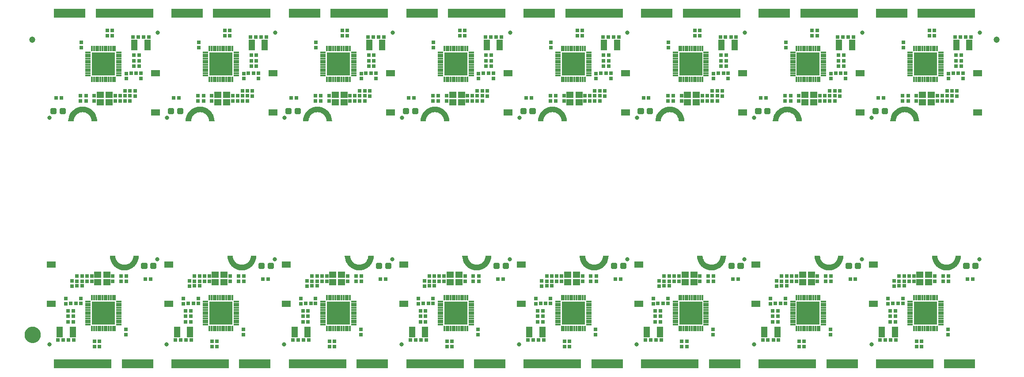
<source format=gts>
G04 EAGLE Gerber RS-274X export*
G75*
%MOMM*%
%FSLAX34Y34*%
%LPD*%
%INSoldermask Top*%
%IPPOS*%
%AMOC8*
5,1,8,0,0,1.08239X$1,22.5*%
G01*
%ADD10R,0.803200X0.803200*%
%ADD11C,0.505344*%
%ADD12R,0.553200X1.653200*%
%ADD13C,0.657200*%
%ADD14R,1.003200X0.433200*%
%ADD15R,0.433200X1.003200*%
%ADD16R,4.503200X4.503200*%
%ADD17R,1.403200X1.303200*%
%ADD18R,1.203200X2.003200*%
%ADD19C,0.838200*%
%ADD20R,1.703200X1.203200*%
%ADD21C,1.203200*%
%ADD22C,1.270000*%
%ADD23C,1.703200*%

G36*
X52496Y478253D02*
X52496Y478253D01*
X52503Y478251D01*
X52563Y478272D01*
X52624Y478290D01*
X52628Y478295D01*
X52635Y478298D01*
X52674Y478348D01*
X52716Y478395D01*
X52717Y478402D01*
X52721Y478408D01*
X52738Y478480D01*
X52952Y481198D01*
X53584Y483831D01*
X54620Y486331D01*
X56034Y488639D01*
X57792Y490698D01*
X59850Y492456D01*
X62158Y493870D01*
X64659Y494906D01*
X67291Y495538D01*
X69989Y495750D01*
X72688Y495538D01*
X75320Y494906D01*
X77821Y493870D01*
X80129Y492456D01*
X82187Y490698D01*
X83945Y488639D01*
X85359Y486331D01*
X86395Y483831D01*
X87027Y481198D01*
X87241Y478480D01*
X87244Y478474D01*
X87242Y478467D01*
X87268Y478409D01*
X87291Y478350D01*
X87296Y478345D01*
X87299Y478339D01*
X87352Y478304D01*
X87403Y478266D01*
X87410Y478266D01*
X87416Y478262D01*
X87489Y478251D01*
X97489Y478251D01*
X97514Y478258D01*
X97540Y478256D01*
X97580Y478277D01*
X97624Y478290D01*
X97641Y478310D01*
X97664Y478322D01*
X97686Y478361D01*
X97716Y478395D01*
X97719Y478421D01*
X97732Y478444D01*
X97738Y478518D01*
X97458Y482431D01*
X97455Y482441D01*
X97453Y482467D01*
X96619Y486301D01*
X96614Y486309D01*
X96609Y486335D01*
X95238Y490011D01*
X95232Y490019D01*
X95223Y490043D01*
X93343Y493487D01*
X93336Y493494D01*
X93323Y493517D01*
X90972Y496658D01*
X90964Y496664D01*
X90949Y496685D01*
X88174Y499459D01*
X88166Y499464D01*
X88147Y499483D01*
X85006Y501834D01*
X84997Y501837D01*
X84976Y501853D01*
X81533Y503734D01*
X81523Y503736D01*
X81500Y503748D01*
X77824Y505120D01*
X77815Y505120D01*
X77790Y505130D01*
X73956Y505964D01*
X73946Y505963D01*
X73921Y505969D01*
X70007Y506249D01*
X69998Y506247D01*
X69972Y506249D01*
X66058Y505969D01*
X66049Y505965D01*
X66023Y505964D01*
X62189Y505130D01*
X62180Y505125D01*
X62155Y505120D01*
X58478Y503748D01*
X58471Y503743D01*
X58446Y503734D01*
X55002Y501853D01*
X54996Y501846D01*
X54972Y501834D01*
X51831Y499483D01*
X51826Y499475D01*
X51805Y499459D01*
X49030Y496685D01*
X49025Y496676D01*
X49007Y496658D01*
X46655Y493517D01*
X46652Y493508D01*
X46636Y493487D01*
X44756Y490043D01*
X44754Y490034D01*
X44741Y490011D01*
X43370Y486335D01*
X43369Y486325D01*
X43360Y486301D01*
X42526Y482467D01*
X42526Y482457D01*
X42521Y482431D01*
X42241Y478518D01*
X42246Y478492D01*
X42242Y478467D01*
X42261Y478425D01*
X42270Y478381D01*
X42289Y478363D01*
X42299Y478339D01*
X42337Y478314D01*
X42369Y478282D01*
X42394Y478276D01*
X42416Y478262D01*
X42489Y478251D01*
X52489Y478251D01*
X52496Y478253D01*
G37*
G36*
X952825Y478253D02*
X952825Y478253D01*
X952832Y478251D01*
X952891Y478272D01*
X952952Y478290D01*
X952957Y478295D01*
X952964Y478298D01*
X953002Y478348D01*
X953044Y478395D01*
X953045Y478402D01*
X953049Y478408D01*
X953066Y478480D01*
X953280Y481198D01*
X953912Y483831D01*
X954948Y486331D01*
X956362Y488639D01*
X958120Y490698D01*
X960179Y492456D01*
X962486Y493870D01*
X964987Y494906D01*
X967619Y495538D01*
X970318Y495750D01*
X973016Y495538D01*
X975648Y494906D01*
X978149Y493870D01*
X980457Y492456D01*
X982515Y490698D01*
X984273Y488639D01*
X985688Y486331D01*
X986724Y483831D01*
X987355Y481198D01*
X987569Y478480D01*
X987572Y478474D01*
X987571Y478467D01*
X987597Y478409D01*
X987619Y478350D01*
X987625Y478345D01*
X987628Y478339D01*
X987680Y478304D01*
X987731Y478266D01*
X987738Y478266D01*
X987744Y478262D01*
X987818Y478251D01*
X997818Y478251D01*
X997843Y478258D01*
X997869Y478256D01*
X997909Y478277D01*
X997952Y478290D01*
X997969Y478310D01*
X997992Y478322D01*
X998014Y478361D01*
X998044Y478395D01*
X998048Y478421D01*
X998061Y478444D01*
X998066Y478518D01*
X997787Y482431D01*
X997783Y482441D01*
X997781Y482467D01*
X996947Y486301D01*
X996943Y486309D01*
X996937Y486335D01*
X995566Y490011D01*
X995560Y490019D01*
X995551Y490043D01*
X993671Y493487D01*
X993664Y493494D01*
X993652Y493517D01*
X991300Y496658D01*
X991293Y496664D01*
X991277Y496685D01*
X988503Y499459D01*
X988494Y499464D01*
X988476Y499483D01*
X985335Y501834D01*
X985326Y501837D01*
X985305Y501853D01*
X981861Y503734D01*
X981852Y503736D01*
X981829Y503748D01*
X978153Y505120D01*
X978143Y505120D01*
X978118Y505130D01*
X974284Y505964D01*
X974275Y505963D01*
X974249Y505969D01*
X970336Y506249D01*
X970326Y506247D01*
X970300Y506249D01*
X966386Y505969D01*
X966377Y505965D01*
X966351Y505964D01*
X962517Y505130D01*
X962509Y505125D01*
X962483Y505120D01*
X958807Y503748D01*
X958799Y503743D01*
X958774Y503734D01*
X955331Y501853D01*
X955324Y501846D01*
X955301Y501834D01*
X952160Y499483D01*
X952154Y499475D01*
X952133Y499459D01*
X949358Y496685D01*
X949354Y496676D01*
X949335Y496658D01*
X946984Y493517D01*
X946980Y493508D01*
X946965Y493487D01*
X945084Y490043D01*
X945082Y490034D01*
X945069Y490011D01*
X943698Y486335D01*
X943698Y486325D01*
X943688Y486301D01*
X942854Y482467D01*
X942855Y482457D01*
X942849Y482431D01*
X942569Y478518D01*
X942575Y478492D01*
X942571Y478467D01*
X942589Y478425D01*
X942599Y478381D01*
X942617Y478363D01*
X942628Y478339D01*
X942665Y478314D01*
X942697Y478282D01*
X942723Y478276D01*
X942744Y478262D01*
X942818Y478251D01*
X952818Y478251D01*
X952825Y478253D01*
G37*
G36*
X1402989Y478253D02*
X1402989Y478253D01*
X1402996Y478251D01*
X1403055Y478272D01*
X1403116Y478290D01*
X1403121Y478295D01*
X1403128Y478298D01*
X1403167Y478348D01*
X1403208Y478395D01*
X1403209Y478402D01*
X1403214Y478408D01*
X1403230Y478480D01*
X1403444Y481198D01*
X1404076Y483831D01*
X1405112Y486331D01*
X1406526Y488639D01*
X1408284Y490698D01*
X1410343Y492456D01*
X1412651Y493870D01*
X1415151Y494906D01*
X1417784Y495538D01*
X1420482Y495750D01*
X1423180Y495538D01*
X1425813Y494906D01*
X1428313Y493870D01*
X1430621Y492456D01*
X1432680Y490698D01*
X1434438Y488639D01*
X1435852Y486331D01*
X1436888Y483831D01*
X1437520Y481198D01*
X1437734Y478480D01*
X1437736Y478474D01*
X1437735Y478467D01*
X1437761Y478409D01*
X1437783Y478350D01*
X1437789Y478345D01*
X1437792Y478339D01*
X1437845Y478304D01*
X1437895Y478266D01*
X1437903Y478266D01*
X1437909Y478262D01*
X1437982Y478251D01*
X1447982Y478251D01*
X1448007Y478258D01*
X1448033Y478256D01*
X1448073Y478277D01*
X1448116Y478290D01*
X1448133Y478310D01*
X1448156Y478322D01*
X1448178Y478361D01*
X1448208Y478395D01*
X1448212Y478421D01*
X1448225Y478444D01*
X1448231Y478518D01*
X1447951Y482431D01*
X1447947Y482441D01*
X1447946Y482467D01*
X1447112Y486301D01*
X1447107Y486309D01*
X1447102Y486335D01*
X1445730Y490011D01*
X1445725Y490019D01*
X1445716Y490043D01*
X1443835Y493487D01*
X1443828Y493494D01*
X1443816Y493517D01*
X1441465Y496658D01*
X1441457Y496664D01*
X1441441Y496685D01*
X1438667Y499459D01*
X1438658Y499464D01*
X1438640Y499483D01*
X1435499Y501834D01*
X1435490Y501837D01*
X1435469Y501853D01*
X1432025Y503734D01*
X1432016Y503736D01*
X1431993Y503748D01*
X1428317Y505120D01*
X1428307Y505120D01*
X1428283Y505130D01*
X1424449Y505964D01*
X1424439Y505963D01*
X1424413Y505969D01*
X1420500Y506249D01*
X1420490Y506247D01*
X1420464Y506249D01*
X1416551Y505969D01*
X1416541Y505965D01*
X1416515Y505964D01*
X1412681Y505130D01*
X1412673Y505125D01*
X1412647Y505120D01*
X1408971Y503748D01*
X1408963Y503743D01*
X1408939Y503734D01*
X1405495Y501853D01*
X1405488Y501846D01*
X1405465Y501834D01*
X1402324Y499483D01*
X1402318Y499475D01*
X1402297Y499459D01*
X1399523Y496685D01*
X1399518Y496676D01*
X1399499Y496658D01*
X1397148Y493517D01*
X1397145Y493508D01*
X1397129Y493487D01*
X1395248Y490043D01*
X1395246Y490034D01*
X1395234Y490011D01*
X1393862Y486335D01*
X1393862Y486325D01*
X1393852Y486301D01*
X1393018Y482467D01*
X1393019Y482457D01*
X1393013Y482431D01*
X1392733Y478518D01*
X1392739Y478492D01*
X1392735Y478467D01*
X1392753Y478425D01*
X1392763Y478381D01*
X1392781Y478363D01*
X1392792Y478339D01*
X1392830Y478314D01*
X1392861Y478282D01*
X1392887Y478276D01*
X1392909Y478262D01*
X1392982Y478251D01*
X1402982Y478251D01*
X1402989Y478253D01*
G37*
G36*
X502661Y478253D02*
X502661Y478253D01*
X502668Y478251D01*
X502727Y478272D01*
X502788Y478290D01*
X502793Y478295D01*
X502799Y478298D01*
X502838Y478348D01*
X502880Y478395D01*
X502881Y478402D01*
X502885Y478408D01*
X502902Y478480D01*
X503116Y481198D01*
X503748Y483831D01*
X504784Y486331D01*
X506198Y488639D01*
X507956Y490698D01*
X510014Y492456D01*
X512322Y493870D01*
X514823Y494906D01*
X517455Y495538D01*
X520154Y495750D01*
X522852Y495538D01*
X525484Y494906D01*
X527985Y493870D01*
X530293Y492456D01*
X532351Y490698D01*
X534109Y488639D01*
X535523Y486331D01*
X536559Y483831D01*
X537191Y481198D01*
X537405Y478480D01*
X537408Y478474D01*
X537407Y478467D01*
X537432Y478409D01*
X537455Y478350D01*
X537461Y478345D01*
X537463Y478339D01*
X537516Y478304D01*
X537567Y478266D01*
X537574Y478266D01*
X537580Y478262D01*
X537654Y478251D01*
X547654Y478251D01*
X547679Y478258D01*
X547705Y478256D01*
X547744Y478277D01*
X547788Y478290D01*
X547805Y478310D01*
X547828Y478322D01*
X547850Y478361D01*
X547880Y478395D01*
X547884Y478421D01*
X547896Y478444D01*
X547902Y478518D01*
X547622Y482431D01*
X547619Y482441D01*
X547617Y482467D01*
X546783Y486301D01*
X546779Y486309D01*
X546773Y486335D01*
X545402Y490011D01*
X545396Y490019D01*
X545387Y490043D01*
X543507Y493487D01*
X543500Y493494D01*
X543488Y493517D01*
X541136Y496658D01*
X541129Y496664D01*
X541113Y496685D01*
X538339Y499459D01*
X538330Y499464D01*
X538312Y499483D01*
X535171Y501834D01*
X535162Y501837D01*
X535141Y501853D01*
X531697Y503734D01*
X531688Y503736D01*
X531665Y503748D01*
X527988Y505120D01*
X527979Y505120D01*
X527954Y505130D01*
X524120Y505964D01*
X524111Y505963D01*
X524085Y505969D01*
X520171Y506249D01*
X520162Y506247D01*
X520136Y506249D01*
X516222Y505969D01*
X516213Y505965D01*
X516187Y505964D01*
X512353Y505130D01*
X512344Y505125D01*
X512319Y505120D01*
X508643Y503748D01*
X508635Y503743D01*
X508610Y503734D01*
X505167Y501853D01*
X505160Y501846D01*
X505137Y501834D01*
X501996Y499483D01*
X501990Y499475D01*
X501969Y499459D01*
X499194Y496685D01*
X499190Y496676D01*
X499171Y496658D01*
X496820Y493517D01*
X496816Y493508D01*
X496800Y493487D01*
X494920Y490043D01*
X494918Y490034D01*
X494905Y490011D01*
X493534Y486335D01*
X493533Y486325D01*
X493524Y486301D01*
X492690Y482467D01*
X492691Y482457D01*
X492685Y482431D01*
X492405Y478518D01*
X492410Y478492D01*
X492407Y478467D01*
X492425Y478425D01*
X492435Y478381D01*
X492453Y478363D01*
X492463Y478339D01*
X492501Y478314D01*
X492533Y478282D01*
X492558Y478276D01*
X492580Y478262D01*
X492654Y478251D01*
X502654Y478251D01*
X502661Y478253D01*
G37*
G36*
X277591Y478253D02*
X277591Y478253D01*
X277598Y478251D01*
X277657Y478272D01*
X277718Y478290D01*
X277723Y478295D01*
X277730Y478298D01*
X277769Y478348D01*
X277810Y478395D01*
X277811Y478402D01*
X277816Y478408D01*
X277833Y478480D01*
X278047Y481198D01*
X278679Y483831D01*
X279714Y486331D01*
X281129Y488639D01*
X282887Y490698D01*
X284945Y492456D01*
X287253Y493870D01*
X289754Y494906D01*
X292386Y495538D01*
X295084Y495750D01*
X297783Y495538D01*
X300415Y494906D01*
X302916Y493870D01*
X305224Y492456D01*
X307282Y490698D01*
X309040Y488639D01*
X310454Y486331D01*
X311490Y483831D01*
X312122Y481198D01*
X312336Y478480D01*
X312338Y478474D01*
X312337Y478467D01*
X312363Y478409D01*
X312385Y478350D01*
X312391Y478345D01*
X312394Y478339D01*
X312447Y478304D01*
X312497Y478266D01*
X312505Y478266D01*
X312511Y478262D01*
X312584Y478251D01*
X322584Y478251D01*
X322609Y478258D01*
X322635Y478256D01*
X322675Y478277D01*
X322718Y478290D01*
X322736Y478310D01*
X322758Y478322D01*
X322781Y478361D01*
X322810Y478395D01*
X322814Y478421D01*
X322827Y478444D01*
X322833Y478518D01*
X322553Y482431D01*
X322550Y482441D01*
X322548Y482467D01*
X321714Y486301D01*
X321709Y486309D01*
X321704Y486335D01*
X320333Y490011D01*
X320327Y490019D01*
X320318Y490043D01*
X318437Y493487D01*
X318431Y493494D01*
X318418Y493517D01*
X316067Y496658D01*
X316059Y496664D01*
X316044Y496685D01*
X313269Y499459D01*
X313261Y499464D01*
X313242Y499483D01*
X310101Y501834D01*
X310092Y501837D01*
X310071Y501853D01*
X306628Y503734D01*
X306618Y503736D01*
X306595Y503748D01*
X302919Y505120D01*
X302909Y505120D01*
X302885Y505130D01*
X299051Y505964D01*
X299041Y505963D01*
X299016Y505969D01*
X295102Y506249D01*
X295093Y506247D01*
X295066Y506249D01*
X291153Y505969D01*
X291144Y505965D01*
X291118Y505964D01*
X287284Y505130D01*
X287275Y505125D01*
X287249Y505120D01*
X283573Y503748D01*
X283565Y503743D01*
X283541Y503734D01*
X280097Y501853D01*
X280090Y501846D01*
X280067Y501834D01*
X276926Y499483D01*
X276920Y499475D01*
X276899Y499459D01*
X274125Y496685D01*
X274120Y496676D01*
X274102Y496658D01*
X271750Y493517D01*
X271747Y493508D01*
X271731Y493487D01*
X269851Y490043D01*
X269849Y490034D01*
X269836Y490011D01*
X268465Y486335D01*
X268464Y486325D01*
X268455Y486301D01*
X267621Y482467D01*
X267621Y482457D01*
X267615Y482431D01*
X267336Y478518D01*
X267341Y478492D01*
X267337Y478467D01*
X267356Y478425D01*
X267365Y478381D01*
X267383Y478363D01*
X267394Y478339D01*
X267432Y478314D01*
X267464Y478282D01*
X267489Y478276D01*
X267511Y478262D01*
X267584Y478251D01*
X277584Y478251D01*
X277591Y478253D01*
G37*
G36*
X1177920Y478253D02*
X1177920Y478253D01*
X1177927Y478251D01*
X1177986Y478272D01*
X1178047Y478290D01*
X1178052Y478295D01*
X1178058Y478298D01*
X1178097Y478348D01*
X1178139Y478395D01*
X1178140Y478402D01*
X1178144Y478408D01*
X1178161Y478480D01*
X1178375Y481198D01*
X1179007Y483831D01*
X1180043Y486331D01*
X1181457Y488639D01*
X1183215Y490698D01*
X1185273Y492456D01*
X1187581Y493870D01*
X1190082Y494906D01*
X1192714Y495538D01*
X1195413Y495750D01*
X1198111Y495538D01*
X1200743Y494906D01*
X1203244Y493870D01*
X1205552Y492456D01*
X1207610Y490698D01*
X1209368Y488639D01*
X1210782Y486331D01*
X1211818Y483831D01*
X1212450Y481198D01*
X1212664Y478480D01*
X1212667Y478474D01*
X1212666Y478467D01*
X1212691Y478409D01*
X1212714Y478350D01*
X1212720Y478345D01*
X1212722Y478339D01*
X1212775Y478304D01*
X1212826Y478266D01*
X1212833Y478266D01*
X1212839Y478262D01*
X1212913Y478251D01*
X1222913Y478251D01*
X1222938Y478258D01*
X1222964Y478256D01*
X1223003Y478277D01*
X1223047Y478290D01*
X1223064Y478310D01*
X1223087Y478322D01*
X1223109Y478361D01*
X1223139Y478395D01*
X1223143Y478421D01*
X1223155Y478444D01*
X1223161Y478518D01*
X1222881Y482431D01*
X1222878Y482441D01*
X1222876Y482467D01*
X1222042Y486301D01*
X1222038Y486309D01*
X1222032Y486335D01*
X1220661Y490011D01*
X1220655Y490019D01*
X1220646Y490043D01*
X1218766Y493487D01*
X1218759Y493494D01*
X1218747Y493517D01*
X1216395Y496658D01*
X1216388Y496664D01*
X1216372Y496685D01*
X1213598Y499459D01*
X1213589Y499464D01*
X1213571Y499483D01*
X1210430Y501834D01*
X1210421Y501837D01*
X1210400Y501853D01*
X1206956Y503734D01*
X1206947Y503736D01*
X1206924Y503748D01*
X1203247Y505120D01*
X1203238Y505120D01*
X1203213Y505130D01*
X1199379Y505964D01*
X1199370Y505963D01*
X1199344Y505969D01*
X1195430Y506249D01*
X1195421Y506247D01*
X1195395Y506249D01*
X1191481Y505969D01*
X1191472Y505965D01*
X1191446Y505964D01*
X1187612Y505130D01*
X1187603Y505125D01*
X1187578Y505120D01*
X1183902Y503748D01*
X1183894Y503743D01*
X1183869Y503734D01*
X1180426Y501853D01*
X1180419Y501846D01*
X1180396Y501834D01*
X1177255Y499483D01*
X1177249Y499475D01*
X1177228Y499459D01*
X1174453Y496685D01*
X1174449Y496676D01*
X1174430Y496658D01*
X1172079Y493517D01*
X1172075Y493508D01*
X1172059Y493487D01*
X1170179Y490043D01*
X1170177Y490034D01*
X1170164Y490011D01*
X1168793Y486335D01*
X1168792Y486325D01*
X1168783Y486301D01*
X1167949Y482467D01*
X1167950Y482457D01*
X1167944Y482431D01*
X1167664Y478518D01*
X1167669Y478492D01*
X1167666Y478467D01*
X1167684Y478425D01*
X1167694Y478381D01*
X1167712Y478363D01*
X1167722Y478339D01*
X1167760Y478314D01*
X1167792Y478282D01*
X1167817Y478276D01*
X1167839Y478262D01*
X1167913Y478251D01*
X1177913Y478251D01*
X1177920Y478253D01*
G37*
G36*
X727755Y478253D02*
X727755Y478253D01*
X727762Y478251D01*
X727822Y478272D01*
X727883Y478290D01*
X727887Y478295D01*
X727894Y478298D01*
X727933Y478348D01*
X727975Y478395D01*
X727976Y478402D01*
X727980Y478408D01*
X727997Y478480D01*
X728211Y481198D01*
X728843Y483831D01*
X729879Y486331D01*
X731293Y488639D01*
X733051Y490698D01*
X735109Y492456D01*
X737417Y493870D01*
X739918Y494906D01*
X742550Y495538D01*
X745248Y495750D01*
X747947Y495538D01*
X750579Y494906D01*
X753080Y493870D01*
X755388Y492456D01*
X757446Y490698D01*
X759204Y488639D01*
X760618Y486331D01*
X761654Y483831D01*
X762286Y481198D01*
X762500Y478480D01*
X762503Y478474D01*
X762501Y478467D01*
X762527Y478409D01*
X762550Y478350D01*
X762555Y478345D01*
X762558Y478339D01*
X762611Y478304D01*
X762662Y478266D01*
X762669Y478266D01*
X762675Y478262D01*
X762748Y478251D01*
X772748Y478251D01*
X772773Y478258D01*
X772799Y478256D01*
X772839Y478277D01*
X772883Y478290D01*
X772900Y478310D01*
X772923Y478322D01*
X772945Y478361D01*
X772975Y478395D01*
X772978Y478421D01*
X772991Y478444D01*
X772997Y478518D01*
X772717Y482431D01*
X772714Y482441D01*
X772712Y482467D01*
X771878Y486301D01*
X771873Y486309D01*
X771868Y486335D01*
X770497Y490011D01*
X770491Y490019D01*
X770482Y490043D01*
X768602Y493487D01*
X768595Y493494D01*
X768582Y493517D01*
X766231Y496658D01*
X766223Y496664D01*
X766208Y496685D01*
X763433Y499459D01*
X763425Y499464D01*
X763406Y499483D01*
X760265Y501834D01*
X760256Y501837D01*
X760235Y501853D01*
X756792Y503734D01*
X756782Y503736D01*
X756759Y503748D01*
X753083Y505120D01*
X753074Y505120D01*
X753049Y505130D01*
X749215Y505964D01*
X749205Y505963D01*
X749180Y505969D01*
X745266Y506249D01*
X745257Y506247D01*
X745231Y506249D01*
X741317Y505969D01*
X741308Y505965D01*
X741282Y505964D01*
X737448Y505130D01*
X737439Y505125D01*
X737414Y505120D01*
X733737Y503748D01*
X733730Y503743D01*
X733705Y503734D01*
X730261Y501853D01*
X730255Y501846D01*
X730231Y501834D01*
X727090Y499483D01*
X727085Y499475D01*
X727064Y499459D01*
X724289Y496685D01*
X724284Y496676D01*
X724266Y496658D01*
X721914Y493517D01*
X721911Y493508D01*
X721895Y493487D01*
X720015Y490043D01*
X720013Y490034D01*
X720000Y490011D01*
X718629Y486335D01*
X718628Y486325D01*
X718619Y486301D01*
X717785Y482467D01*
X717785Y482457D01*
X717780Y482431D01*
X717500Y478518D01*
X717505Y478492D01*
X717501Y478467D01*
X717520Y478425D01*
X717529Y478381D01*
X717548Y478363D01*
X717558Y478339D01*
X717596Y478314D01*
X717628Y478282D01*
X717653Y478276D01*
X717675Y478262D01*
X717748Y478251D01*
X727748Y478251D01*
X727755Y478253D01*
G37*
G36*
X1628058Y478253D02*
X1628058Y478253D01*
X1628065Y478251D01*
X1628125Y478272D01*
X1628186Y478290D01*
X1628190Y478295D01*
X1628197Y478298D01*
X1628236Y478348D01*
X1628278Y478395D01*
X1628279Y478402D01*
X1628283Y478408D01*
X1628300Y478480D01*
X1628514Y481198D01*
X1629146Y483831D01*
X1630182Y486331D01*
X1631596Y488639D01*
X1633354Y490698D01*
X1635412Y492456D01*
X1637720Y493870D01*
X1640221Y494906D01*
X1642853Y495538D01*
X1645551Y495750D01*
X1648250Y495538D01*
X1650882Y494906D01*
X1653383Y493870D01*
X1655691Y492456D01*
X1657749Y490698D01*
X1659507Y488639D01*
X1660921Y486331D01*
X1661957Y483831D01*
X1662589Y481198D01*
X1662803Y478480D01*
X1662806Y478474D01*
X1662804Y478467D01*
X1662830Y478409D01*
X1662853Y478350D01*
X1662858Y478345D01*
X1662861Y478339D01*
X1662914Y478304D01*
X1662965Y478266D01*
X1662972Y478266D01*
X1662978Y478262D01*
X1663051Y478251D01*
X1673051Y478251D01*
X1673076Y478258D01*
X1673102Y478256D01*
X1673142Y478277D01*
X1673186Y478290D01*
X1673203Y478310D01*
X1673226Y478322D01*
X1673248Y478361D01*
X1673278Y478395D01*
X1673281Y478421D01*
X1673294Y478444D01*
X1673300Y478518D01*
X1673020Y482431D01*
X1673017Y482441D01*
X1673015Y482467D01*
X1672181Y486301D01*
X1672176Y486309D01*
X1672171Y486335D01*
X1670800Y490011D01*
X1670794Y490019D01*
X1670785Y490043D01*
X1668905Y493487D01*
X1668898Y493494D01*
X1668885Y493517D01*
X1666534Y496658D01*
X1666526Y496664D01*
X1666511Y496685D01*
X1663736Y499459D01*
X1663728Y499464D01*
X1663709Y499483D01*
X1660568Y501834D01*
X1660559Y501837D01*
X1660538Y501853D01*
X1657095Y503734D01*
X1657085Y503736D01*
X1657062Y503748D01*
X1653386Y505120D01*
X1653377Y505120D01*
X1653352Y505130D01*
X1649518Y505964D01*
X1649508Y505963D01*
X1649483Y505969D01*
X1645569Y506249D01*
X1645560Y506247D01*
X1645534Y506249D01*
X1641620Y505969D01*
X1641611Y505965D01*
X1641585Y505964D01*
X1637751Y505130D01*
X1637742Y505125D01*
X1637717Y505120D01*
X1634040Y503748D01*
X1634033Y503743D01*
X1634008Y503734D01*
X1630564Y501853D01*
X1630558Y501846D01*
X1630534Y501834D01*
X1627393Y499483D01*
X1627388Y499475D01*
X1627367Y499459D01*
X1624592Y496685D01*
X1624587Y496676D01*
X1624569Y496658D01*
X1622217Y493517D01*
X1622214Y493508D01*
X1622198Y493487D01*
X1620318Y490043D01*
X1620316Y490034D01*
X1620303Y490011D01*
X1618932Y486335D01*
X1618931Y486325D01*
X1618922Y486301D01*
X1618088Y482467D01*
X1618088Y482457D01*
X1618083Y482431D01*
X1617803Y478518D01*
X1617808Y478492D01*
X1617804Y478467D01*
X1617823Y478425D01*
X1617832Y478381D01*
X1617851Y478363D01*
X1617861Y478339D01*
X1617899Y478314D01*
X1617931Y478282D01*
X1617956Y478276D01*
X1617978Y478262D01*
X1618051Y478251D01*
X1628051Y478251D01*
X1628058Y478253D01*
G37*
G36*
X1729493Y192531D02*
X1729493Y192531D01*
X1729503Y192535D01*
X1729529Y192536D01*
X1733363Y193370D01*
X1733371Y193375D01*
X1733397Y193380D01*
X1737073Y194752D01*
X1737081Y194757D01*
X1737105Y194766D01*
X1740549Y196647D01*
X1740556Y196654D01*
X1740579Y196666D01*
X1743720Y199017D01*
X1743726Y199025D01*
X1743747Y199041D01*
X1746521Y201815D01*
X1746526Y201824D01*
X1746545Y201842D01*
X1748896Y204983D01*
X1748899Y204992D01*
X1748915Y205013D01*
X1750796Y208457D01*
X1750798Y208466D01*
X1750810Y208489D01*
X1752182Y212165D01*
X1752182Y212175D01*
X1752192Y212199D01*
X1753026Y216033D01*
X1753025Y216043D01*
X1753031Y216069D01*
X1753311Y219982D01*
X1753305Y220008D01*
X1753309Y220033D01*
X1753291Y220075D01*
X1753281Y220119D01*
X1753263Y220137D01*
X1753252Y220161D01*
X1753214Y220186D01*
X1753183Y220218D01*
X1753157Y220224D01*
X1753136Y220238D01*
X1753062Y220249D01*
X1743062Y220249D01*
X1743055Y220247D01*
X1743048Y220249D01*
X1742989Y220228D01*
X1742928Y220210D01*
X1742923Y220205D01*
X1742916Y220202D01*
X1742878Y220152D01*
X1742836Y220105D01*
X1742835Y220098D01*
X1742830Y220092D01*
X1742814Y220020D01*
X1742600Y217302D01*
X1741968Y214669D01*
X1740932Y212169D01*
X1739518Y209861D01*
X1737760Y207802D01*
X1735701Y206044D01*
X1733393Y204630D01*
X1730893Y203594D01*
X1728260Y202962D01*
X1725562Y202750D01*
X1722864Y202962D01*
X1720231Y203594D01*
X1717731Y204630D01*
X1715423Y206044D01*
X1713364Y207802D01*
X1711606Y209861D01*
X1710192Y212169D01*
X1709156Y214669D01*
X1708524Y217302D01*
X1708310Y220020D01*
X1708308Y220026D01*
X1708309Y220033D01*
X1708283Y220091D01*
X1708261Y220150D01*
X1708255Y220155D01*
X1708252Y220161D01*
X1708199Y220196D01*
X1708149Y220234D01*
X1708142Y220234D01*
X1708136Y220238D01*
X1708062Y220249D01*
X1698062Y220249D01*
X1698037Y220242D01*
X1698011Y220244D01*
X1697971Y220223D01*
X1697928Y220210D01*
X1697911Y220190D01*
X1697888Y220178D01*
X1697866Y220139D01*
X1697836Y220105D01*
X1697832Y220079D01*
X1697819Y220056D01*
X1697813Y219982D01*
X1698093Y216069D01*
X1698097Y216059D01*
X1698098Y216033D01*
X1698932Y212199D01*
X1698937Y212191D01*
X1698942Y212165D01*
X1700314Y208489D01*
X1700319Y208481D01*
X1700328Y208457D01*
X1702209Y205013D01*
X1702216Y205006D01*
X1702228Y204983D01*
X1704579Y201842D01*
X1704587Y201836D01*
X1704603Y201815D01*
X1707377Y199041D01*
X1707386Y199036D01*
X1707404Y199017D01*
X1710545Y196666D01*
X1710554Y196663D01*
X1710575Y196647D01*
X1714019Y194766D01*
X1714028Y194764D01*
X1714051Y194752D01*
X1717727Y193380D01*
X1717737Y193380D01*
X1717761Y193370D01*
X1721595Y192536D01*
X1721605Y192537D01*
X1721631Y192531D01*
X1725544Y192251D01*
X1725554Y192253D01*
X1725580Y192251D01*
X1729493Y192531D01*
G37*
G36*
X1054260Y192531D02*
X1054260Y192531D01*
X1054269Y192535D01*
X1054295Y192536D01*
X1058129Y193370D01*
X1058138Y193375D01*
X1058163Y193380D01*
X1061839Y194752D01*
X1061847Y194757D01*
X1061872Y194766D01*
X1065315Y196647D01*
X1065322Y196654D01*
X1065345Y196666D01*
X1068486Y199017D01*
X1068492Y199025D01*
X1068513Y199041D01*
X1071288Y201815D01*
X1071292Y201824D01*
X1071311Y201842D01*
X1073662Y204983D01*
X1073666Y204992D01*
X1073682Y205013D01*
X1075562Y208457D01*
X1075564Y208466D01*
X1075577Y208489D01*
X1076948Y212165D01*
X1076949Y212175D01*
X1076958Y212199D01*
X1077792Y216033D01*
X1077791Y216043D01*
X1077797Y216069D01*
X1078077Y219982D01*
X1078072Y220008D01*
X1078075Y220033D01*
X1078057Y220075D01*
X1078048Y220119D01*
X1078029Y220137D01*
X1078019Y220161D01*
X1077981Y220186D01*
X1077949Y220218D01*
X1077924Y220224D01*
X1077902Y220238D01*
X1077828Y220249D01*
X1067828Y220249D01*
X1067821Y220247D01*
X1067814Y220249D01*
X1067755Y220228D01*
X1067694Y220210D01*
X1067689Y220205D01*
X1067683Y220202D01*
X1067644Y220152D01*
X1067602Y220105D01*
X1067601Y220098D01*
X1067597Y220092D01*
X1067580Y220020D01*
X1067366Y217302D01*
X1066734Y214669D01*
X1065698Y212169D01*
X1064284Y209861D01*
X1062526Y207802D01*
X1060468Y206044D01*
X1058160Y204630D01*
X1055659Y203594D01*
X1053027Y202962D01*
X1050328Y202750D01*
X1047630Y202962D01*
X1044998Y203594D01*
X1042497Y204630D01*
X1040189Y206044D01*
X1038131Y207802D01*
X1036373Y209861D01*
X1034959Y212169D01*
X1033923Y214669D01*
X1033291Y217302D01*
X1033077Y220020D01*
X1033074Y220026D01*
X1033075Y220033D01*
X1033050Y220091D01*
X1033027Y220150D01*
X1033022Y220155D01*
X1033019Y220161D01*
X1032966Y220196D01*
X1032915Y220234D01*
X1032908Y220234D01*
X1032902Y220238D01*
X1032828Y220249D01*
X1022828Y220249D01*
X1022803Y220242D01*
X1022777Y220244D01*
X1022738Y220223D01*
X1022694Y220210D01*
X1022677Y220190D01*
X1022654Y220178D01*
X1022632Y220139D01*
X1022602Y220105D01*
X1022598Y220079D01*
X1022586Y220056D01*
X1022580Y219982D01*
X1022860Y216069D01*
X1022863Y216059D01*
X1022865Y216033D01*
X1023699Y212199D01*
X1023703Y212191D01*
X1023709Y212165D01*
X1025080Y208489D01*
X1025086Y208481D01*
X1025095Y208457D01*
X1026975Y205013D01*
X1026982Y205006D01*
X1026994Y204983D01*
X1029346Y201842D01*
X1029354Y201836D01*
X1029369Y201815D01*
X1032144Y199041D01*
X1032152Y199036D01*
X1032170Y199017D01*
X1035311Y196666D01*
X1035321Y196663D01*
X1035341Y196647D01*
X1038785Y194766D01*
X1038794Y194764D01*
X1038817Y194752D01*
X1042494Y193380D01*
X1042503Y193380D01*
X1042528Y193370D01*
X1046362Y192536D01*
X1046371Y192537D01*
X1046397Y192531D01*
X1050311Y192251D01*
X1050320Y192253D01*
X1050346Y192251D01*
X1054260Y192531D01*
G37*
G36*
X829165Y192531D02*
X829165Y192531D01*
X829174Y192535D01*
X829200Y192536D01*
X833034Y193370D01*
X833043Y193375D01*
X833068Y193380D01*
X836745Y194752D01*
X836752Y194757D01*
X836777Y194766D01*
X840221Y196647D01*
X840227Y196654D01*
X840251Y196666D01*
X843392Y199017D01*
X843397Y199025D01*
X843419Y199041D01*
X846193Y201815D01*
X846198Y201824D01*
X846216Y201842D01*
X848568Y204983D01*
X848571Y204992D01*
X848587Y205013D01*
X850467Y208457D01*
X850469Y208466D01*
X850482Y208489D01*
X851853Y212165D01*
X851854Y212175D01*
X851863Y212199D01*
X852697Y216033D01*
X852697Y216043D01*
X852702Y216069D01*
X852982Y219982D01*
X852977Y220008D01*
X852981Y220033D01*
X852962Y220075D01*
X852953Y220119D01*
X852934Y220137D01*
X852924Y220161D01*
X852886Y220186D01*
X852854Y220218D01*
X852829Y220224D01*
X852807Y220238D01*
X852734Y220249D01*
X842734Y220249D01*
X842727Y220247D01*
X842720Y220249D01*
X842660Y220228D01*
X842599Y220210D01*
X842595Y220205D01*
X842588Y220202D01*
X842549Y220152D01*
X842507Y220105D01*
X842506Y220098D01*
X842502Y220092D01*
X842485Y220020D01*
X842271Y217302D01*
X841639Y214669D01*
X840603Y212169D01*
X839189Y209861D01*
X837431Y207802D01*
X835373Y206044D01*
X833065Y204630D01*
X830564Y203594D01*
X827932Y202962D01*
X825234Y202750D01*
X822535Y202962D01*
X819903Y203594D01*
X817402Y204630D01*
X815094Y206044D01*
X813036Y207802D01*
X811278Y209861D01*
X809864Y212169D01*
X808828Y214669D01*
X808196Y217302D01*
X807982Y220020D01*
X807980Y220026D01*
X807981Y220033D01*
X807955Y220091D01*
X807932Y220150D01*
X807927Y220155D01*
X807924Y220161D01*
X807871Y220196D01*
X807820Y220234D01*
X807813Y220234D01*
X807807Y220238D01*
X807734Y220249D01*
X797734Y220249D01*
X797709Y220242D01*
X797683Y220244D01*
X797643Y220223D01*
X797599Y220210D01*
X797582Y220190D01*
X797559Y220178D01*
X797537Y220139D01*
X797507Y220105D01*
X797504Y220079D01*
X797491Y220056D01*
X797485Y219982D01*
X797765Y216069D01*
X797768Y216059D01*
X797770Y216033D01*
X798604Y212199D01*
X798609Y212191D01*
X798614Y212165D01*
X799985Y208489D01*
X799991Y208481D01*
X800000Y208457D01*
X801880Y205013D01*
X801887Y205006D01*
X801900Y204983D01*
X804251Y201842D01*
X804259Y201836D01*
X804274Y201815D01*
X807049Y199041D01*
X807057Y199036D01*
X807076Y199017D01*
X810217Y196666D01*
X810226Y196663D01*
X810247Y196647D01*
X813690Y194766D01*
X813700Y194764D01*
X813723Y194752D01*
X817399Y193380D01*
X817409Y193380D01*
X817433Y193370D01*
X821267Y192536D01*
X821277Y192537D01*
X821302Y192531D01*
X825216Y192251D01*
X825225Y192253D01*
X825251Y192251D01*
X829165Y192531D01*
G37*
G36*
X1279329Y192531D02*
X1279329Y192531D01*
X1279338Y192535D01*
X1279364Y192536D01*
X1283198Y193370D01*
X1283207Y193375D01*
X1283233Y193380D01*
X1286909Y194752D01*
X1286917Y194757D01*
X1286941Y194766D01*
X1290385Y196647D01*
X1290392Y196654D01*
X1290415Y196666D01*
X1293556Y199017D01*
X1293562Y199025D01*
X1293583Y199041D01*
X1296357Y201815D01*
X1296362Y201824D01*
X1296380Y201842D01*
X1298732Y204983D01*
X1298735Y204992D01*
X1298751Y205013D01*
X1300631Y208457D01*
X1300634Y208466D01*
X1300646Y208489D01*
X1302017Y212165D01*
X1302018Y212175D01*
X1302027Y212199D01*
X1302861Y216033D01*
X1302861Y216043D01*
X1302867Y216069D01*
X1303146Y219982D01*
X1303141Y220008D01*
X1303145Y220033D01*
X1303126Y220075D01*
X1303117Y220119D01*
X1303099Y220137D01*
X1303088Y220161D01*
X1303050Y220186D01*
X1303018Y220218D01*
X1302993Y220224D01*
X1302971Y220238D01*
X1302898Y220249D01*
X1292898Y220249D01*
X1292891Y220247D01*
X1292884Y220249D01*
X1292825Y220228D01*
X1292764Y220210D01*
X1292759Y220205D01*
X1292752Y220202D01*
X1292713Y220152D01*
X1292672Y220105D01*
X1292671Y220098D01*
X1292666Y220092D01*
X1292649Y220020D01*
X1292435Y217302D01*
X1291804Y214669D01*
X1290768Y212169D01*
X1289353Y209861D01*
X1287595Y207802D01*
X1285537Y206044D01*
X1283229Y204630D01*
X1280728Y203594D01*
X1278096Y202962D01*
X1275398Y202750D01*
X1272699Y202962D01*
X1270067Y203594D01*
X1267566Y204630D01*
X1265259Y206044D01*
X1263200Y207802D01*
X1261442Y209861D01*
X1260028Y212169D01*
X1258992Y214669D01*
X1258360Y217302D01*
X1258146Y220020D01*
X1258144Y220026D01*
X1258145Y220033D01*
X1258119Y220091D01*
X1258097Y220150D01*
X1258091Y220155D01*
X1258088Y220161D01*
X1258035Y220196D01*
X1257985Y220234D01*
X1257977Y220234D01*
X1257971Y220238D01*
X1257898Y220249D01*
X1247898Y220249D01*
X1247873Y220242D01*
X1247847Y220244D01*
X1247807Y220223D01*
X1247764Y220210D01*
X1247746Y220190D01*
X1247724Y220178D01*
X1247701Y220139D01*
X1247672Y220105D01*
X1247668Y220079D01*
X1247655Y220056D01*
X1247649Y219982D01*
X1247929Y216069D01*
X1247932Y216059D01*
X1247934Y216033D01*
X1248768Y212199D01*
X1248773Y212191D01*
X1248778Y212165D01*
X1250149Y208489D01*
X1250155Y208481D01*
X1250164Y208457D01*
X1252045Y205013D01*
X1252051Y205006D01*
X1252064Y204983D01*
X1254415Y201842D01*
X1254423Y201836D01*
X1254438Y201815D01*
X1257213Y199041D01*
X1257221Y199036D01*
X1257240Y199017D01*
X1260381Y196666D01*
X1260390Y196663D01*
X1260411Y196647D01*
X1263854Y194766D01*
X1263864Y194764D01*
X1263887Y194752D01*
X1267563Y193380D01*
X1267573Y193380D01*
X1267597Y193370D01*
X1271431Y192536D01*
X1271441Y192537D01*
X1271466Y192531D01*
X1275380Y192251D01*
X1275390Y192253D01*
X1275416Y192251D01*
X1279329Y192531D01*
G37*
G36*
X1504424Y192531D02*
X1504424Y192531D01*
X1504433Y192535D01*
X1504459Y192536D01*
X1508293Y193370D01*
X1508302Y193375D01*
X1508327Y193380D01*
X1512004Y194752D01*
X1512011Y194757D01*
X1512036Y194766D01*
X1515480Y196647D01*
X1515486Y196654D01*
X1515510Y196666D01*
X1518651Y199017D01*
X1518656Y199025D01*
X1518678Y199041D01*
X1521452Y201815D01*
X1521457Y201824D01*
X1521475Y201842D01*
X1523827Y204983D01*
X1523830Y204992D01*
X1523846Y205013D01*
X1525726Y208457D01*
X1525728Y208466D01*
X1525741Y208489D01*
X1527112Y212165D01*
X1527113Y212175D01*
X1527122Y212199D01*
X1527956Y216033D01*
X1527956Y216043D01*
X1527961Y216069D01*
X1528241Y219982D01*
X1528236Y220008D01*
X1528240Y220033D01*
X1528221Y220075D01*
X1528212Y220119D01*
X1528193Y220137D01*
X1528183Y220161D01*
X1528145Y220186D01*
X1528113Y220218D01*
X1528088Y220224D01*
X1528066Y220238D01*
X1527993Y220249D01*
X1517993Y220249D01*
X1517986Y220247D01*
X1517979Y220249D01*
X1517919Y220228D01*
X1517858Y220210D01*
X1517854Y220205D01*
X1517847Y220202D01*
X1517808Y220152D01*
X1517766Y220105D01*
X1517765Y220098D01*
X1517761Y220092D01*
X1517744Y220020D01*
X1517530Y217302D01*
X1516898Y214669D01*
X1515862Y212169D01*
X1514448Y209861D01*
X1512690Y207802D01*
X1510632Y206044D01*
X1508324Y204630D01*
X1505823Y203594D01*
X1503191Y202962D01*
X1500493Y202750D01*
X1497794Y202962D01*
X1495162Y203594D01*
X1492661Y204630D01*
X1490353Y206044D01*
X1488295Y207802D01*
X1486537Y209861D01*
X1485123Y212169D01*
X1484087Y214669D01*
X1483455Y217302D01*
X1483241Y220020D01*
X1483239Y220026D01*
X1483240Y220033D01*
X1483214Y220091D01*
X1483191Y220150D01*
X1483186Y220155D01*
X1483183Y220161D01*
X1483130Y220196D01*
X1483079Y220234D01*
X1483072Y220234D01*
X1483066Y220238D01*
X1482993Y220249D01*
X1472993Y220249D01*
X1472968Y220242D01*
X1472942Y220244D01*
X1472902Y220223D01*
X1472858Y220210D01*
X1472841Y220190D01*
X1472818Y220178D01*
X1472796Y220139D01*
X1472766Y220105D01*
X1472763Y220079D01*
X1472750Y220056D01*
X1472744Y219982D01*
X1473024Y216069D01*
X1473027Y216059D01*
X1473029Y216033D01*
X1473863Y212199D01*
X1473868Y212191D01*
X1473873Y212165D01*
X1475244Y208489D01*
X1475250Y208481D01*
X1475259Y208457D01*
X1477139Y205013D01*
X1477146Y205006D01*
X1477159Y204983D01*
X1479510Y201842D01*
X1479518Y201836D01*
X1479533Y201815D01*
X1482308Y199041D01*
X1482316Y199036D01*
X1482335Y199017D01*
X1485476Y196666D01*
X1485485Y196663D01*
X1485506Y196647D01*
X1488949Y194766D01*
X1488959Y194764D01*
X1488982Y194752D01*
X1492658Y193380D01*
X1492668Y193380D01*
X1492692Y193370D01*
X1496526Y192536D01*
X1496536Y192537D01*
X1496561Y192531D01*
X1500475Y192251D01*
X1500484Y192253D01*
X1500510Y192251D01*
X1504424Y192531D01*
G37*
G36*
X604096Y192531D02*
X604096Y192531D01*
X604105Y192535D01*
X604131Y192536D01*
X607965Y193370D01*
X607973Y193375D01*
X607999Y193380D01*
X611675Y194752D01*
X611683Y194757D01*
X611708Y194766D01*
X615151Y196647D01*
X615158Y196654D01*
X615181Y196666D01*
X618322Y199017D01*
X618328Y199025D01*
X618349Y199041D01*
X621124Y201815D01*
X621128Y201824D01*
X621147Y201842D01*
X623498Y204983D01*
X623502Y204992D01*
X623517Y205013D01*
X625398Y208457D01*
X625400Y208466D01*
X625413Y208489D01*
X626784Y212165D01*
X626784Y212175D01*
X626794Y212199D01*
X627628Y216033D01*
X627627Y216043D01*
X627633Y216069D01*
X627913Y219982D01*
X627907Y220008D01*
X627911Y220033D01*
X627893Y220075D01*
X627883Y220119D01*
X627865Y220137D01*
X627854Y220161D01*
X627817Y220186D01*
X627785Y220218D01*
X627759Y220224D01*
X627738Y220238D01*
X627664Y220249D01*
X617664Y220249D01*
X617657Y220247D01*
X617650Y220249D01*
X617591Y220228D01*
X617530Y220210D01*
X617525Y220205D01*
X617518Y220202D01*
X617480Y220152D01*
X617438Y220105D01*
X617437Y220098D01*
X617433Y220092D01*
X617416Y220020D01*
X617202Y217302D01*
X616570Y214669D01*
X615534Y212169D01*
X614120Y209861D01*
X612362Y207802D01*
X610304Y206044D01*
X607996Y204630D01*
X605495Y203594D01*
X602863Y202962D01*
X600164Y202750D01*
X597466Y202962D01*
X594834Y203594D01*
X592333Y204630D01*
X590025Y206044D01*
X587967Y207802D01*
X586209Y209861D01*
X584794Y212169D01*
X583759Y214669D01*
X583127Y217302D01*
X582913Y220020D01*
X582910Y220026D01*
X582911Y220033D01*
X582885Y220091D01*
X582863Y220150D01*
X582857Y220155D01*
X582854Y220161D01*
X582802Y220196D01*
X582751Y220234D01*
X582744Y220234D01*
X582738Y220238D01*
X582664Y220249D01*
X572664Y220249D01*
X572639Y220242D01*
X572613Y220244D01*
X572573Y220223D01*
X572530Y220210D01*
X572513Y220190D01*
X572490Y220178D01*
X572468Y220139D01*
X572438Y220105D01*
X572434Y220079D01*
X572421Y220056D01*
X572416Y219982D01*
X572695Y216069D01*
X572699Y216059D01*
X572701Y216033D01*
X573535Y212199D01*
X573539Y212191D01*
X573545Y212165D01*
X574916Y208489D01*
X574922Y208481D01*
X574931Y208457D01*
X576811Y205013D01*
X576818Y205006D01*
X576830Y204983D01*
X579182Y201842D01*
X579189Y201836D01*
X579205Y201815D01*
X581979Y199041D01*
X581988Y199036D01*
X582006Y199017D01*
X585147Y196666D01*
X585156Y196663D01*
X585177Y196647D01*
X588621Y194766D01*
X588630Y194764D01*
X588653Y194752D01*
X592329Y193380D01*
X592339Y193380D01*
X592364Y193370D01*
X596198Y192536D01*
X596207Y192537D01*
X596233Y192531D01*
X600146Y192251D01*
X600156Y192253D01*
X600182Y192251D01*
X604096Y192531D01*
G37*
G36*
X379001Y192531D02*
X379001Y192531D01*
X379010Y192535D01*
X379036Y192536D01*
X382870Y193370D01*
X382879Y193375D01*
X382904Y193380D01*
X386580Y194752D01*
X386588Y194757D01*
X386613Y194766D01*
X390056Y196647D01*
X390063Y196654D01*
X390086Y196666D01*
X393227Y199017D01*
X393233Y199025D01*
X393254Y199041D01*
X396029Y201815D01*
X396033Y201824D01*
X396052Y201842D01*
X398403Y204983D01*
X398407Y204992D01*
X398423Y205013D01*
X400303Y208457D01*
X400305Y208466D01*
X400318Y208489D01*
X401689Y212165D01*
X401690Y212175D01*
X401699Y212199D01*
X402533Y216033D01*
X402532Y216043D01*
X402538Y216069D01*
X402818Y219982D01*
X402813Y220008D01*
X402816Y220033D01*
X402798Y220075D01*
X402789Y220119D01*
X402770Y220137D01*
X402760Y220161D01*
X402722Y220186D01*
X402690Y220218D01*
X402665Y220224D01*
X402643Y220238D01*
X402569Y220249D01*
X392569Y220249D01*
X392562Y220247D01*
X392555Y220249D01*
X392496Y220228D01*
X392435Y220210D01*
X392430Y220205D01*
X392424Y220202D01*
X392385Y220152D01*
X392343Y220105D01*
X392342Y220098D01*
X392338Y220092D01*
X392321Y220020D01*
X392107Y217302D01*
X391475Y214669D01*
X390439Y212169D01*
X389025Y209861D01*
X387267Y207802D01*
X385209Y206044D01*
X382901Y204630D01*
X380400Y203594D01*
X377768Y202962D01*
X375069Y202750D01*
X372371Y202962D01*
X369739Y203594D01*
X367238Y204630D01*
X364930Y206044D01*
X362872Y207802D01*
X361114Y209861D01*
X359700Y212169D01*
X358664Y214669D01*
X358032Y217302D01*
X357818Y220020D01*
X357815Y220026D01*
X357816Y220033D01*
X357791Y220091D01*
X357768Y220150D01*
X357763Y220155D01*
X357760Y220161D01*
X357707Y220196D01*
X357656Y220234D01*
X357649Y220234D01*
X357643Y220238D01*
X357569Y220249D01*
X347569Y220249D01*
X347544Y220242D01*
X347518Y220244D01*
X347479Y220223D01*
X347435Y220210D01*
X347418Y220190D01*
X347395Y220178D01*
X347373Y220139D01*
X347343Y220105D01*
X347339Y220079D01*
X347327Y220056D01*
X347321Y219982D01*
X347601Y216069D01*
X347604Y216059D01*
X347606Y216033D01*
X348440Y212199D01*
X348444Y212191D01*
X348450Y212165D01*
X349821Y208489D01*
X349827Y208481D01*
X349836Y208457D01*
X351716Y205013D01*
X351723Y205006D01*
X351735Y204983D01*
X354087Y201842D01*
X354095Y201836D01*
X354110Y201815D01*
X356885Y199041D01*
X356893Y199036D01*
X356911Y199017D01*
X360052Y196666D01*
X360062Y196663D01*
X360082Y196647D01*
X363526Y194766D01*
X363535Y194764D01*
X363558Y194752D01*
X367235Y193380D01*
X367244Y193380D01*
X367269Y193370D01*
X371103Y192536D01*
X371112Y192537D01*
X371138Y192531D01*
X375052Y192251D01*
X375061Y192253D01*
X375087Y192251D01*
X379001Y192531D01*
G37*
G36*
X153931Y192531D02*
X153931Y192531D01*
X153941Y192535D01*
X153967Y192536D01*
X157801Y193370D01*
X157809Y193375D01*
X157835Y193380D01*
X161511Y194752D01*
X161519Y194757D01*
X161543Y194766D01*
X164987Y196647D01*
X164994Y196654D01*
X165017Y196666D01*
X168158Y199017D01*
X168164Y199025D01*
X168185Y199041D01*
X170959Y201815D01*
X170964Y201824D01*
X170983Y201842D01*
X173334Y204983D01*
X173337Y204992D01*
X173353Y205013D01*
X175234Y208457D01*
X175236Y208466D01*
X175248Y208489D01*
X176620Y212165D01*
X176620Y212175D01*
X176630Y212199D01*
X177464Y216033D01*
X177463Y216043D01*
X177469Y216069D01*
X177749Y219982D01*
X177743Y220008D01*
X177747Y220033D01*
X177729Y220075D01*
X177719Y220119D01*
X177701Y220137D01*
X177690Y220161D01*
X177652Y220186D01*
X177621Y220218D01*
X177595Y220224D01*
X177574Y220238D01*
X177500Y220249D01*
X167500Y220249D01*
X167493Y220247D01*
X167486Y220249D01*
X167427Y220228D01*
X167366Y220210D01*
X167361Y220205D01*
X167354Y220202D01*
X167316Y220152D01*
X167274Y220105D01*
X167273Y220098D01*
X167268Y220092D01*
X167252Y220020D01*
X167038Y217302D01*
X166406Y214669D01*
X165370Y212169D01*
X163956Y209861D01*
X162198Y207802D01*
X160139Y206044D01*
X157831Y204630D01*
X155331Y203594D01*
X152698Y202962D01*
X150000Y202750D01*
X147302Y202962D01*
X144669Y203594D01*
X142169Y204630D01*
X139861Y206044D01*
X137802Y207802D01*
X136044Y209861D01*
X134630Y212169D01*
X133594Y214669D01*
X132962Y217302D01*
X132748Y220020D01*
X132746Y220026D01*
X132747Y220033D01*
X132721Y220091D01*
X132699Y220150D01*
X132693Y220155D01*
X132690Y220161D01*
X132637Y220196D01*
X132587Y220234D01*
X132580Y220234D01*
X132574Y220238D01*
X132500Y220249D01*
X122500Y220249D01*
X122475Y220242D01*
X122449Y220244D01*
X122409Y220223D01*
X122366Y220210D01*
X122349Y220190D01*
X122326Y220178D01*
X122304Y220139D01*
X122274Y220105D01*
X122270Y220079D01*
X122257Y220056D01*
X122251Y219982D01*
X122531Y216069D01*
X122535Y216059D01*
X122536Y216033D01*
X123370Y212199D01*
X123375Y212191D01*
X123380Y212165D01*
X124752Y208489D01*
X124757Y208481D01*
X124766Y208457D01*
X126647Y205013D01*
X126654Y205006D01*
X126666Y204983D01*
X129017Y201842D01*
X129025Y201836D01*
X129041Y201815D01*
X131815Y199041D01*
X131824Y199036D01*
X131842Y199017D01*
X134983Y196666D01*
X134992Y196663D01*
X135013Y196647D01*
X138457Y194766D01*
X138466Y194764D01*
X138489Y194752D01*
X142165Y193380D01*
X142175Y193380D01*
X142199Y193370D01*
X146033Y192536D01*
X146043Y192537D01*
X146069Y192531D01*
X149982Y192251D01*
X149992Y192253D01*
X150018Y192251D01*
X153931Y192531D01*
G37*
D10*
X41990Y114232D03*
X51990Y114232D03*
X143450Y171250D03*
X143450Y181250D03*
X78260Y171350D03*
X78260Y181350D03*
X51990Y103984D03*
X41990Y103984D03*
X49680Y161980D03*
X49680Y171980D03*
X153920Y171250D03*
X153920Y181250D03*
X152810Y78730D03*
X152810Y68730D03*
X102400Y55600D03*
X102400Y45600D03*
X53260Y58420D03*
X43260Y58420D03*
X59070Y171330D03*
X69070Y171330D03*
X87560Y181330D03*
X87560Y171330D03*
X127710Y171330D03*
X127710Y181330D03*
X69070Y181390D03*
X59070Y181390D03*
X22940Y58420D03*
X32940Y58420D03*
D11*
X202130Y197170D02*
X202130Y204150D01*
X209110Y204150D01*
X209110Y197170D01*
X202130Y197170D01*
X202130Y201970D02*
X209110Y201970D01*
X184590Y204150D02*
X184590Y197170D01*
X184590Y204150D02*
X191570Y204150D01*
X191570Y197170D01*
X184590Y197170D01*
X184590Y201970D02*
X191570Y201970D01*
D12*
X202500Y12750D03*
X197500Y12750D03*
X192500Y12750D03*
X187500Y12750D03*
X182500Y12750D03*
X177500Y12750D03*
X172500Y12750D03*
X167500Y12750D03*
X162500Y12750D03*
X157500Y12750D03*
X152500Y12750D03*
X147500Y12750D03*
X122500Y12750D03*
X117500Y12750D03*
X112500Y12750D03*
X107500Y12750D03*
X102500Y12750D03*
X97500Y12750D03*
X92500Y12750D03*
X87500Y12750D03*
X82500Y12750D03*
X77500Y12750D03*
X72500Y12750D03*
X67500Y12750D03*
X62500Y12750D03*
X57500Y12750D03*
X52500Y12750D03*
X47500Y12750D03*
X42500Y12750D03*
X37500Y12750D03*
X32500Y12750D03*
X27500Y12750D03*
X22500Y12750D03*
X17500Y12750D03*
D13*
X129000Y210000D03*
X171000Y210000D03*
X150000Y197000D03*
D10*
X51990Y93482D03*
X41990Y93482D03*
X69070Y162170D03*
X59070Y162170D03*
X190580Y175260D03*
X200580Y175260D03*
X92910Y45610D03*
X92910Y55610D03*
D14*
X80500Y132000D03*
X80500Y128000D03*
X80500Y124000D03*
X80500Y120000D03*
X80500Y116000D03*
X80500Y112000D03*
X80500Y108000D03*
X80500Y104000D03*
X80500Y100000D03*
X80500Y96000D03*
X80500Y92000D03*
X80500Y88000D03*
D15*
X88000Y80500D03*
X92000Y80500D03*
X96000Y80500D03*
X100000Y80500D03*
X104000Y80500D03*
X108000Y80500D03*
X112000Y80500D03*
X116000Y80500D03*
X120000Y80500D03*
X124000Y80500D03*
X128000Y80500D03*
X132000Y80500D03*
D14*
X139500Y88000D03*
X139500Y92000D03*
X139500Y96000D03*
X139500Y100000D03*
X139500Y104000D03*
X139500Y108000D03*
X139500Y112000D03*
X139500Y116000D03*
X139500Y120000D03*
X139500Y124000D03*
X139500Y128000D03*
X139500Y132000D03*
D15*
X132000Y139500D03*
X128000Y139500D03*
X124000Y139500D03*
X120000Y139500D03*
X116000Y139500D03*
X112000Y139500D03*
X108000Y139500D03*
X104000Y139500D03*
X100000Y139500D03*
X96000Y139500D03*
X92000Y139500D03*
X88000Y139500D03*
D16*
X110000Y110000D03*
D17*
X116120Y183530D03*
X99120Y183530D03*
X99120Y169530D03*
X116120Y169530D03*
D18*
X26010Y73330D03*
X51010Y73330D03*
D10*
X47250Y128260D03*
X57250Y128260D03*
D19*
X6140Y50000D03*
X213230Y213030D03*
D20*
X10160Y127854D03*
X10160Y202854D03*
D10*
X38100Y128096D03*
X38100Y138096D03*
X66294Y128350D03*
X66294Y138350D03*
X267059Y114232D03*
X277059Y114232D03*
X368519Y171250D03*
X368519Y181250D03*
X303329Y171350D03*
X303329Y181350D03*
X277059Y103984D03*
X267059Y103984D03*
X274749Y161980D03*
X274749Y171980D03*
X378989Y171250D03*
X378989Y181250D03*
X377879Y78730D03*
X377879Y68730D03*
X327469Y55600D03*
X327469Y45600D03*
X278329Y58420D03*
X268329Y58420D03*
X284139Y171330D03*
X294139Y171330D03*
X312629Y181330D03*
X312629Y171330D03*
X352779Y171330D03*
X352779Y181330D03*
X294139Y181390D03*
X284139Y181390D03*
X248009Y58420D03*
X258009Y58420D03*
D11*
X427199Y197170D02*
X427199Y204150D01*
X434179Y204150D01*
X434179Y197170D01*
X427199Y197170D01*
X427199Y201970D02*
X434179Y201970D01*
X409659Y204150D02*
X409659Y197170D01*
X409659Y204150D02*
X416639Y204150D01*
X416639Y197170D01*
X409659Y197170D01*
X409659Y201970D02*
X416639Y201970D01*
D12*
X427569Y12750D03*
X422569Y12750D03*
X417569Y12750D03*
X412569Y12750D03*
X407569Y12750D03*
X402569Y12750D03*
X397569Y12750D03*
X392569Y12750D03*
X387569Y12750D03*
X382569Y12750D03*
X377569Y12750D03*
X372569Y12750D03*
X347569Y12750D03*
X342569Y12750D03*
X337569Y12750D03*
X332569Y12750D03*
X327569Y12750D03*
X322569Y12750D03*
X317569Y12750D03*
X312569Y12750D03*
X307569Y12750D03*
X302569Y12750D03*
X297569Y12750D03*
X292569Y12750D03*
X287569Y12750D03*
X282569Y12750D03*
X277569Y12750D03*
X272569Y12750D03*
X267569Y12750D03*
X262569Y12750D03*
X257569Y12750D03*
X252569Y12750D03*
X247569Y12750D03*
X242569Y12750D03*
D13*
X354069Y210000D03*
X396069Y210000D03*
X375069Y197000D03*
D10*
X277059Y93482D03*
X267059Y93482D03*
X294139Y162170D03*
X284139Y162170D03*
X415649Y175260D03*
X425649Y175260D03*
X317979Y45610D03*
X317979Y55610D03*
D14*
X305569Y132000D03*
X305569Y128000D03*
X305569Y124000D03*
X305569Y120000D03*
X305569Y116000D03*
X305569Y112000D03*
X305569Y108000D03*
X305569Y104000D03*
X305569Y100000D03*
X305569Y96000D03*
X305569Y92000D03*
X305569Y88000D03*
D15*
X313069Y80500D03*
X317069Y80500D03*
X321069Y80500D03*
X325069Y80500D03*
X329069Y80500D03*
X333069Y80500D03*
X337069Y80500D03*
X341069Y80500D03*
X345069Y80500D03*
X349069Y80500D03*
X353069Y80500D03*
X357069Y80500D03*
D14*
X364569Y88000D03*
X364569Y92000D03*
X364569Y96000D03*
X364569Y100000D03*
X364569Y104000D03*
X364569Y108000D03*
X364569Y112000D03*
X364569Y116000D03*
X364569Y120000D03*
X364569Y124000D03*
X364569Y128000D03*
X364569Y132000D03*
D15*
X357069Y139500D03*
X353069Y139500D03*
X349069Y139500D03*
X345069Y139500D03*
X341069Y139500D03*
X337069Y139500D03*
X333069Y139500D03*
X329069Y139500D03*
X325069Y139500D03*
X321069Y139500D03*
X317069Y139500D03*
X313069Y139500D03*
D16*
X335069Y110000D03*
D17*
X341189Y183530D03*
X324189Y183530D03*
X324189Y169530D03*
X341189Y169530D03*
D18*
X251079Y73330D03*
X276079Y73330D03*
D10*
X272319Y128260D03*
X282319Y128260D03*
D19*
X231209Y50000D03*
X438299Y213030D03*
D20*
X235229Y127854D03*
X235229Y202854D03*
D10*
X263169Y128096D03*
X263169Y138096D03*
X291363Y128350D03*
X291363Y138350D03*
X492154Y114232D03*
X502154Y114232D03*
X593614Y171250D03*
X593614Y181250D03*
X528424Y171350D03*
X528424Y181350D03*
X502154Y103984D03*
X492154Y103984D03*
X499844Y161980D03*
X499844Y171980D03*
X604084Y171250D03*
X604084Y181250D03*
X602974Y78730D03*
X602974Y68730D03*
X552564Y55600D03*
X552564Y45600D03*
X503424Y58420D03*
X493424Y58420D03*
X509234Y171330D03*
X519234Y171330D03*
X537724Y181330D03*
X537724Y171330D03*
X577874Y171330D03*
X577874Y181330D03*
X519234Y181390D03*
X509234Y181390D03*
X473104Y58420D03*
X483104Y58420D03*
D11*
X652294Y197170D02*
X652294Y204150D01*
X659274Y204150D01*
X659274Y197170D01*
X652294Y197170D01*
X652294Y201970D02*
X659274Y201970D01*
X634754Y204150D02*
X634754Y197170D01*
X634754Y204150D02*
X641734Y204150D01*
X641734Y197170D01*
X634754Y197170D01*
X634754Y201970D02*
X641734Y201970D01*
D12*
X652664Y12750D03*
X647664Y12750D03*
X642664Y12750D03*
X637664Y12750D03*
X632664Y12750D03*
X627664Y12750D03*
X622664Y12750D03*
X617664Y12750D03*
X612664Y12750D03*
X607664Y12750D03*
X602664Y12750D03*
X597664Y12750D03*
X572664Y12750D03*
X567664Y12750D03*
X562664Y12750D03*
X557664Y12750D03*
X552664Y12750D03*
X547664Y12750D03*
X542664Y12750D03*
X537664Y12750D03*
X532664Y12750D03*
X527664Y12750D03*
X522664Y12750D03*
X517664Y12750D03*
X512664Y12750D03*
X507664Y12750D03*
X502664Y12750D03*
X497664Y12750D03*
X492664Y12750D03*
X487664Y12750D03*
X482664Y12750D03*
X477664Y12750D03*
X472664Y12750D03*
X467664Y12750D03*
D13*
X579164Y210000D03*
X621164Y210000D03*
X600164Y197000D03*
D10*
X502154Y93482D03*
X492154Y93482D03*
X519234Y162170D03*
X509234Y162170D03*
X640744Y175260D03*
X650744Y175260D03*
X543074Y45610D03*
X543074Y55610D03*
D14*
X530664Y132000D03*
X530664Y128000D03*
X530664Y124000D03*
X530664Y120000D03*
X530664Y116000D03*
X530664Y112000D03*
X530664Y108000D03*
X530664Y104000D03*
X530664Y100000D03*
X530664Y96000D03*
X530664Y92000D03*
X530664Y88000D03*
D15*
X538164Y80500D03*
X542164Y80500D03*
X546164Y80500D03*
X550164Y80500D03*
X554164Y80500D03*
X558164Y80500D03*
X562164Y80500D03*
X566164Y80500D03*
X570164Y80500D03*
X574164Y80500D03*
X578164Y80500D03*
X582164Y80500D03*
D14*
X589664Y88000D03*
X589664Y92000D03*
X589664Y96000D03*
X589664Y100000D03*
X589664Y104000D03*
X589664Y108000D03*
X589664Y112000D03*
X589664Y116000D03*
X589664Y120000D03*
X589664Y124000D03*
X589664Y128000D03*
X589664Y132000D03*
D15*
X582164Y139500D03*
X578164Y139500D03*
X574164Y139500D03*
X570164Y139500D03*
X566164Y139500D03*
X562164Y139500D03*
X558164Y139500D03*
X554164Y139500D03*
X550164Y139500D03*
X546164Y139500D03*
X542164Y139500D03*
X538164Y139500D03*
D16*
X560164Y110000D03*
D17*
X566284Y183530D03*
X549284Y183530D03*
X549284Y169530D03*
X566284Y169530D03*
D18*
X476174Y73330D03*
X501174Y73330D03*
D10*
X497414Y128260D03*
X507414Y128260D03*
D19*
X456304Y50000D03*
X663394Y213030D03*
D20*
X460324Y127854D03*
X460324Y202854D03*
D10*
X488264Y128096D03*
X488264Y138096D03*
X516458Y128350D03*
X516458Y138350D03*
X717224Y114232D03*
X727224Y114232D03*
X818684Y171250D03*
X818684Y181250D03*
X753494Y171350D03*
X753494Y181350D03*
X727224Y103984D03*
X717224Y103984D03*
X724914Y161980D03*
X724914Y171980D03*
X829154Y171250D03*
X829154Y181250D03*
X828044Y78730D03*
X828044Y68730D03*
X777634Y55600D03*
X777634Y45600D03*
X728494Y58420D03*
X718494Y58420D03*
X734304Y171330D03*
X744304Y171330D03*
X762794Y181330D03*
X762794Y171330D03*
X802944Y171330D03*
X802944Y181330D03*
X744304Y181390D03*
X734304Y181390D03*
X698174Y58420D03*
X708174Y58420D03*
D11*
X877364Y197170D02*
X877364Y204150D01*
X884344Y204150D01*
X884344Y197170D01*
X877364Y197170D01*
X877364Y201970D02*
X884344Y201970D01*
X859824Y204150D02*
X859824Y197170D01*
X859824Y204150D02*
X866804Y204150D01*
X866804Y197170D01*
X859824Y197170D01*
X859824Y201970D02*
X866804Y201970D01*
D12*
X877734Y12750D03*
X872734Y12750D03*
X867734Y12750D03*
X862734Y12750D03*
X857734Y12750D03*
X852734Y12750D03*
X847734Y12750D03*
X842734Y12750D03*
X837734Y12750D03*
X832734Y12750D03*
X827734Y12750D03*
X822734Y12750D03*
X797734Y12750D03*
X792734Y12750D03*
X787734Y12750D03*
X782734Y12750D03*
X777734Y12750D03*
X772734Y12750D03*
X767734Y12750D03*
X762734Y12750D03*
X757734Y12750D03*
X752734Y12750D03*
X747734Y12750D03*
X742734Y12750D03*
X737734Y12750D03*
X732734Y12750D03*
X727734Y12750D03*
X722734Y12750D03*
X717734Y12750D03*
X712734Y12750D03*
X707734Y12750D03*
X702734Y12750D03*
X697734Y12750D03*
X692734Y12750D03*
D13*
X804234Y210000D03*
X846234Y210000D03*
X825234Y197000D03*
D10*
X727224Y93482D03*
X717224Y93482D03*
X744304Y162170D03*
X734304Y162170D03*
X865814Y175260D03*
X875814Y175260D03*
X768144Y45610D03*
X768144Y55610D03*
D14*
X755734Y132000D03*
X755734Y128000D03*
X755734Y124000D03*
X755734Y120000D03*
X755734Y116000D03*
X755734Y112000D03*
X755734Y108000D03*
X755734Y104000D03*
X755734Y100000D03*
X755734Y96000D03*
X755734Y92000D03*
X755734Y88000D03*
D15*
X763234Y80500D03*
X767234Y80500D03*
X771234Y80500D03*
X775234Y80500D03*
X779234Y80500D03*
X783234Y80500D03*
X787234Y80500D03*
X791234Y80500D03*
X795234Y80500D03*
X799234Y80500D03*
X803234Y80500D03*
X807234Y80500D03*
D14*
X814734Y88000D03*
X814734Y92000D03*
X814734Y96000D03*
X814734Y100000D03*
X814734Y104000D03*
X814734Y108000D03*
X814734Y112000D03*
X814734Y116000D03*
X814734Y120000D03*
X814734Y124000D03*
X814734Y128000D03*
X814734Y132000D03*
D15*
X807234Y139500D03*
X803234Y139500D03*
X799234Y139500D03*
X795234Y139500D03*
X791234Y139500D03*
X787234Y139500D03*
X783234Y139500D03*
X779234Y139500D03*
X775234Y139500D03*
X771234Y139500D03*
X767234Y139500D03*
X763234Y139500D03*
D16*
X785234Y110000D03*
D17*
X791354Y183530D03*
X774354Y183530D03*
X774354Y169530D03*
X791354Y169530D03*
D18*
X701244Y73330D03*
X726244Y73330D03*
D10*
X722484Y128260D03*
X732484Y128260D03*
D19*
X681374Y50000D03*
X888464Y213030D03*
D20*
X685394Y127854D03*
X685394Y202854D03*
D10*
X713334Y128096D03*
X713334Y138096D03*
X741528Y128350D03*
X741528Y138350D03*
X942318Y114232D03*
X952318Y114232D03*
X1043778Y171250D03*
X1043778Y181250D03*
X978588Y171350D03*
X978588Y181350D03*
X952318Y103984D03*
X942318Y103984D03*
X950008Y161980D03*
X950008Y171980D03*
X1054248Y171250D03*
X1054248Y181250D03*
X1053138Y78730D03*
X1053138Y68730D03*
X1002728Y55600D03*
X1002728Y45600D03*
X953588Y58420D03*
X943588Y58420D03*
X959398Y171330D03*
X969398Y171330D03*
X987888Y181330D03*
X987888Y171330D03*
X1028038Y171330D03*
X1028038Y181330D03*
X969398Y181390D03*
X959398Y181390D03*
X923268Y58420D03*
X933268Y58420D03*
D11*
X1102458Y197170D02*
X1102458Y204150D01*
X1109438Y204150D01*
X1109438Y197170D01*
X1102458Y197170D01*
X1102458Y201970D02*
X1109438Y201970D01*
X1084918Y204150D02*
X1084918Y197170D01*
X1084918Y204150D02*
X1091898Y204150D01*
X1091898Y197170D01*
X1084918Y197170D01*
X1084918Y201970D02*
X1091898Y201970D01*
D12*
X1102828Y12750D03*
X1097828Y12750D03*
X1092828Y12750D03*
X1087828Y12750D03*
X1082828Y12750D03*
X1077828Y12750D03*
X1072828Y12750D03*
X1067828Y12750D03*
X1062828Y12750D03*
X1057828Y12750D03*
X1052828Y12750D03*
X1047828Y12750D03*
X1022828Y12750D03*
X1017828Y12750D03*
X1012828Y12750D03*
X1007828Y12750D03*
X1002828Y12750D03*
X997828Y12750D03*
X992828Y12750D03*
X987828Y12750D03*
X982828Y12750D03*
X977828Y12750D03*
X972828Y12750D03*
X967828Y12750D03*
X962828Y12750D03*
X957828Y12750D03*
X952828Y12750D03*
X947828Y12750D03*
X942828Y12750D03*
X937828Y12750D03*
X932828Y12750D03*
X927828Y12750D03*
X922828Y12750D03*
X917828Y12750D03*
D13*
X1029328Y210000D03*
X1071328Y210000D03*
X1050328Y197000D03*
D10*
X952318Y93482D03*
X942318Y93482D03*
X969398Y162170D03*
X959398Y162170D03*
X1090908Y175260D03*
X1100908Y175260D03*
X993238Y45610D03*
X993238Y55610D03*
D14*
X980828Y132000D03*
X980828Y128000D03*
X980828Y124000D03*
X980828Y120000D03*
X980828Y116000D03*
X980828Y112000D03*
X980828Y108000D03*
X980828Y104000D03*
X980828Y100000D03*
X980828Y96000D03*
X980828Y92000D03*
X980828Y88000D03*
D15*
X988328Y80500D03*
X992328Y80500D03*
X996328Y80500D03*
X1000328Y80500D03*
X1004328Y80500D03*
X1008328Y80500D03*
X1012328Y80500D03*
X1016328Y80500D03*
X1020328Y80500D03*
X1024328Y80500D03*
X1028328Y80500D03*
X1032328Y80500D03*
D14*
X1039828Y88000D03*
X1039828Y92000D03*
X1039828Y96000D03*
X1039828Y100000D03*
X1039828Y104000D03*
X1039828Y108000D03*
X1039828Y112000D03*
X1039828Y116000D03*
X1039828Y120000D03*
X1039828Y124000D03*
X1039828Y128000D03*
X1039828Y132000D03*
D15*
X1032328Y139500D03*
X1028328Y139500D03*
X1024328Y139500D03*
X1020328Y139500D03*
X1016328Y139500D03*
X1012328Y139500D03*
X1008328Y139500D03*
X1004328Y139500D03*
X1000328Y139500D03*
X996328Y139500D03*
X992328Y139500D03*
X988328Y139500D03*
D16*
X1010328Y110000D03*
D17*
X1016448Y183530D03*
X999448Y183530D03*
X999448Y169530D03*
X1016448Y169530D03*
D18*
X926338Y73330D03*
X951338Y73330D03*
D10*
X947578Y128260D03*
X957578Y128260D03*
D19*
X906468Y50000D03*
X1113558Y213030D03*
D20*
X910488Y127854D03*
X910488Y202854D03*
D10*
X938428Y128096D03*
X938428Y138096D03*
X966622Y128350D03*
X966622Y138350D03*
X1167388Y114232D03*
X1177388Y114232D03*
X1268848Y171250D03*
X1268848Y181250D03*
X1203658Y171350D03*
X1203658Y181350D03*
X1177388Y103984D03*
X1167388Y103984D03*
X1175078Y161980D03*
X1175078Y171980D03*
X1279318Y171250D03*
X1279318Y181250D03*
X1278208Y78730D03*
X1278208Y68730D03*
X1227798Y55600D03*
X1227798Y45600D03*
X1178658Y58420D03*
X1168658Y58420D03*
X1184468Y171330D03*
X1194468Y171330D03*
X1212958Y181330D03*
X1212958Y171330D03*
X1253108Y171330D03*
X1253108Y181330D03*
X1194468Y181390D03*
X1184468Y181390D03*
X1148338Y58420D03*
X1158338Y58420D03*
D11*
X1327528Y197170D02*
X1327528Y204150D01*
X1334508Y204150D01*
X1334508Y197170D01*
X1327528Y197170D01*
X1327528Y201970D02*
X1334508Y201970D01*
X1309988Y204150D02*
X1309988Y197170D01*
X1309988Y204150D02*
X1316968Y204150D01*
X1316968Y197170D01*
X1309988Y197170D01*
X1309988Y201970D02*
X1316968Y201970D01*
D12*
X1327898Y12750D03*
X1322898Y12750D03*
X1317898Y12750D03*
X1312898Y12750D03*
X1307898Y12750D03*
X1302898Y12750D03*
X1297898Y12750D03*
X1292898Y12750D03*
X1287898Y12750D03*
X1282898Y12750D03*
X1277898Y12750D03*
X1272898Y12750D03*
X1247898Y12750D03*
X1242898Y12750D03*
X1237898Y12750D03*
X1232898Y12750D03*
X1227898Y12750D03*
X1222898Y12750D03*
X1217898Y12750D03*
X1212898Y12750D03*
X1207898Y12750D03*
X1202898Y12750D03*
X1197898Y12750D03*
X1192898Y12750D03*
X1187898Y12750D03*
X1182898Y12750D03*
X1177898Y12750D03*
X1172898Y12750D03*
X1167898Y12750D03*
X1162898Y12750D03*
X1157898Y12750D03*
X1152898Y12750D03*
X1147898Y12750D03*
X1142898Y12750D03*
D13*
X1254398Y210000D03*
X1296398Y210000D03*
X1275398Y197000D03*
D10*
X1177388Y93482D03*
X1167388Y93482D03*
X1194468Y162170D03*
X1184468Y162170D03*
X1315978Y175260D03*
X1325978Y175260D03*
X1218308Y45610D03*
X1218308Y55610D03*
D14*
X1205898Y132000D03*
X1205898Y128000D03*
X1205898Y124000D03*
X1205898Y120000D03*
X1205898Y116000D03*
X1205898Y112000D03*
X1205898Y108000D03*
X1205898Y104000D03*
X1205898Y100000D03*
X1205898Y96000D03*
X1205898Y92000D03*
X1205898Y88000D03*
D15*
X1213398Y80500D03*
X1217398Y80500D03*
X1221398Y80500D03*
X1225398Y80500D03*
X1229398Y80500D03*
X1233398Y80500D03*
X1237398Y80500D03*
X1241398Y80500D03*
X1245398Y80500D03*
X1249398Y80500D03*
X1253398Y80500D03*
X1257398Y80500D03*
D14*
X1264898Y88000D03*
X1264898Y92000D03*
X1264898Y96000D03*
X1264898Y100000D03*
X1264898Y104000D03*
X1264898Y108000D03*
X1264898Y112000D03*
X1264898Y116000D03*
X1264898Y120000D03*
X1264898Y124000D03*
X1264898Y128000D03*
X1264898Y132000D03*
D15*
X1257398Y139500D03*
X1253398Y139500D03*
X1249398Y139500D03*
X1245398Y139500D03*
X1241398Y139500D03*
X1237398Y139500D03*
X1233398Y139500D03*
X1229398Y139500D03*
X1225398Y139500D03*
X1221398Y139500D03*
X1217398Y139500D03*
X1213398Y139500D03*
D16*
X1235398Y110000D03*
D17*
X1241518Y183530D03*
X1224518Y183530D03*
X1224518Y169530D03*
X1241518Y169530D03*
D18*
X1151408Y73330D03*
X1176408Y73330D03*
D10*
X1172648Y128260D03*
X1182648Y128260D03*
D19*
X1131538Y50000D03*
X1338628Y213030D03*
D20*
X1135558Y127854D03*
X1135558Y202854D03*
D10*
X1163498Y128096D03*
X1163498Y138096D03*
X1191692Y128350D03*
X1191692Y138350D03*
X1392483Y114232D03*
X1402483Y114232D03*
X1493943Y171250D03*
X1493943Y181250D03*
X1428753Y171350D03*
X1428753Y181350D03*
X1402483Y103984D03*
X1392483Y103984D03*
X1400173Y161980D03*
X1400173Y171980D03*
X1504413Y171250D03*
X1504413Y181250D03*
X1503303Y78730D03*
X1503303Y68730D03*
X1452893Y55600D03*
X1452893Y45600D03*
X1403753Y58420D03*
X1393753Y58420D03*
X1409563Y171330D03*
X1419563Y171330D03*
X1438053Y181330D03*
X1438053Y171330D03*
X1478203Y171330D03*
X1478203Y181330D03*
X1419563Y181390D03*
X1409563Y181390D03*
X1373433Y58420D03*
X1383433Y58420D03*
D11*
X1552623Y197170D02*
X1552623Y204150D01*
X1559603Y204150D01*
X1559603Y197170D01*
X1552623Y197170D01*
X1552623Y201970D02*
X1559603Y201970D01*
X1535083Y204150D02*
X1535083Y197170D01*
X1535083Y204150D02*
X1542063Y204150D01*
X1542063Y197170D01*
X1535083Y197170D01*
X1535083Y201970D02*
X1542063Y201970D01*
D12*
X1552993Y12750D03*
X1547993Y12750D03*
X1542993Y12750D03*
X1537993Y12750D03*
X1532993Y12750D03*
X1527993Y12750D03*
X1522993Y12750D03*
X1517993Y12750D03*
X1512993Y12750D03*
X1507993Y12750D03*
X1502993Y12750D03*
X1497993Y12750D03*
X1472993Y12750D03*
X1467993Y12750D03*
X1462993Y12750D03*
X1457993Y12750D03*
X1452993Y12750D03*
X1447993Y12750D03*
X1442993Y12750D03*
X1437993Y12750D03*
X1432993Y12750D03*
X1427993Y12750D03*
X1422993Y12750D03*
X1417993Y12750D03*
X1412993Y12750D03*
X1407993Y12750D03*
X1402993Y12750D03*
X1397993Y12750D03*
X1392993Y12750D03*
X1387993Y12750D03*
X1382993Y12750D03*
X1377993Y12750D03*
X1372993Y12750D03*
X1367993Y12750D03*
D13*
X1479493Y210000D03*
X1521493Y210000D03*
X1500493Y197000D03*
D10*
X1402483Y93482D03*
X1392483Y93482D03*
X1419563Y162170D03*
X1409563Y162170D03*
X1541073Y175260D03*
X1551073Y175260D03*
X1443403Y45610D03*
X1443403Y55610D03*
D14*
X1430993Y132000D03*
X1430993Y128000D03*
X1430993Y124000D03*
X1430993Y120000D03*
X1430993Y116000D03*
X1430993Y112000D03*
X1430993Y108000D03*
X1430993Y104000D03*
X1430993Y100000D03*
X1430993Y96000D03*
X1430993Y92000D03*
X1430993Y88000D03*
D15*
X1438493Y80500D03*
X1442493Y80500D03*
X1446493Y80500D03*
X1450493Y80500D03*
X1454493Y80500D03*
X1458493Y80500D03*
X1462493Y80500D03*
X1466493Y80500D03*
X1470493Y80500D03*
X1474493Y80500D03*
X1478493Y80500D03*
X1482493Y80500D03*
D14*
X1489993Y88000D03*
X1489993Y92000D03*
X1489993Y96000D03*
X1489993Y100000D03*
X1489993Y104000D03*
X1489993Y108000D03*
X1489993Y112000D03*
X1489993Y116000D03*
X1489993Y120000D03*
X1489993Y124000D03*
X1489993Y128000D03*
X1489993Y132000D03*
D15*
X1482493Y139500D03*
X1478493Y139500D03*
X1474493Y139500D03*
X1470493Y139500D03*
X1466493Y139500D03*
X1462493Y139500D03*
X1458493Y139500D03*
X1454493Y139500D03*
X1450493Y139500D03*
X1446493Y139500D03*
X1442493Y139500D03*
X1438493Y139500D03*
D16*
X1460493Y110000D03*
D17*
X1466613Y183530D03*
X1449613Y183530D03*
X1449613Y169530D03*
X1466613Y169530D03*
D18*
X1376503Y73330D03*
X1401503Y73330D03*
D10*
X1397743Y128260D03*
X1407743Y128260D03*
D19*
X1356633Y50000D03*
X1563723Y213030D03*
D20*
X1360653Y127854D03*
X1360653Y202854D03*
D10*
X1388593Y128096D03*
X1388593Y138096D03*
X1416787Y128350D03*
X1416787Y138350D03*
X1617552Y114232D03*
X1627552Y114232D03*
X1719012Y171250D03*
X1719012Y181250D03*
X1653822Y171350D03*
X1653822Y181350D03*
X1627552Y103984D03*
X1617552Y103984D03*
X1625242Y161980D03*
X1625242Y171980D03*
X1729482Y171250D03*
X1729482Y181250D03*
X1728372Y78730D03*
X1728372Y68730D03*
X1677962Y55600D03*
X1677962Y45600D03*
X1628822Y58420D03*
X1618822Y58420D03*
X1634632Y171330D03*
X1644632Y171330D03*
X1663122Y181330D03*
X1663122Y171330D03*
X1703272Y171330D03*
X1703272Y181330D03*
X1644632Y181390D03*
X1634632Y181390D03*
X1598502Y58420D03*
X1608502Y58420D03*
D11*
X1777692Y197170D02*
X1777692Y204150D01*
X1784672Y204150D01*
X1784672Y197170D01*
X1777692Y197170D01*
X1777692Y201970D02*
X1784672Y201970D01*
X1760152Y204150D02*
X1760152Y197170D01*
X1760152Y204150D02*
X1767132Y204150D01*
X1767132Y197170D01*
X1760152Y197170D01*
X1760152Y201970D02*
X1767132Y201970D01*
D12*
X1778062Y12750D03*
X1773062Y12750D03*
X1768062Y12750D03*
X1763062Y12750D03*
X1758062Y12750D03*
X1753062Y12750D03*
X1748062Y12750D03*
X1743062Y12750D03*
X1738062Y12750D03*
X1733062Y12750D03*
X1728062Y12750D03*
X1723062Y12750D03*
X1698062Y12750D03*
X1693062Y12750D03*
X1688062Y12750D03*
X1683062Y12750D03*
X1678062Y12750D03*
X1673062Y12750D03*
X1668062Y12750D03*
X1663062Y12750D03*
X1658062Y12750D03*
X1653062Y12750D03*
X1648062Y12750D03*
X1643062Y12750D03*
X1638062Y12750D03*
X1633062Y12750D03*
X1628062Y12750D03*
X1623062Y12750D03*
X1618062Y12750D03*
X1613062Y12750D03*
X1608062Y12750D03*
X1603062Y12750D03*
X1598062Y12750D03*
X1593062Y12750D03*
D13*
X1704562Y210000D03*
X1746562Y210000D03*
X1725562Y197000D03*
D10*
X1627552Y93482D03*
X1617552Y93482D03*
X1644632Y162170D03*
X1634632Y162170D03*
X1766142Y175260D03*
X1776142Y175260D03*
X1668472Y45610D03*
X1668472Y55610D03*
D14*
X1656062Y132000D03*
X1656062Y128000D03*
X1656062Y124000D03*
X1656062Y120000D03*
X1656062Y116000D03*
X1656062Y112000D03*
X1656062Y108000D03*
X1656062Y104000D03*
X1656062Y100000D03*
X1656062Y96000D03*
X1656062Y92000D03*
X1656062Y88000D03*
D15*
X1663562Y80500D03*
X1667562Y80500D03*
X1671562Y80500D03*
X1675562Y80500D03*
X1679562Y80500D03*
X1683562Y80500D03*
X1687562Y80500D03*
X1691562Y80500D03*
X1695562Y80500D03*
X1699562Y80500D03*
X1703562Y80500D03*
X1707562Y80500D03*
D14*
X1715062Y88000D03*
X1715062Y92000D03*
X1715062Y96000D03*
X1715062Y100000D03*
X1715062Y104000D03*
X1715062Y108000D03*
X1715062Y112000D03*
X1715062Y116000D03*
X1715062Y120000D03*
X1715062Y124000D03*
X1715062Y128000D03*
X1715062Y132000D03*
D15*
X1707562Y139500D03*
X1703562Y139500D03*
X1699562Y139500D03*
X1695562Y139500D03*
X1691562Y139500D03*
X1687562Y139500D03*
X1683562Y139500D03*
X1679562Y139500D03*
X1675562Y139500D03*
X1671562Y139500D03*
X1667562Y139500D03*
X1663562Y139500D03*
D16*
X1685562Y110000D03*
D17*
X1691682Y183530D03*
X1674682Y183530D03*
X1674682Y169530D03*
X1691682Y169530D03*
D18*
X1601572Y73330D03*
X1626572Y73330D03*
D10*
X1622812Y128260D03*
X1632812Y128260D03*
D19*
X1581702Y50000D03*
X1788792Y213030D03*
D20*
X1585722Y127854D03*
X1585722Y202854D03*
D10*
X1613662Y128096D03*
X1613662Y138096D03*
X1641856Y128350D03*
X1641856Y138350D03*
X177999Y584268D03*
X167999Y584268D03*
X76539Y527250D03*
X76539Y517250D03*
X141729Y527150D03*
X141729Y517150D03*
X167999Y594516D03*
X177999Y594516D03*
X170309Y536520D03*
X170309Y526520D03*
X66069Y527250D03*
X66069Y517250D03*
X67179Y619770D03*
X67179Y629770D03*
X117589Y642900D03*
X117589Y652900D03*
X166729Y640080D03*
X176729Y640080D03*
X160919Y527170D03*
X150919Y527170D03*
X132429Y517170D03*
X132429Y527170D03*
X92279Y527170D03*
X92279Y517170D03*
X150919Y517110D03*
X160919Y517110D03*
X197049Y640080D03*
X187049Y640080D03*
D11*
X17859Y501330D02*
X17859Y494350D01*
X10879Y494350D01*
X10879Y501330D01*
X17859Y501330D01*
X17859Y499150D02*
X10879Y499150D01*
X35399Y501330D02*
X35399Y494350D01*
X28419Y494350D01*
X28419Y501330D01*
X35399Y501330D01*
X35399Y499150D02*
X28419Y499150D01*
D12*
X17489Y685750D03*
X22489Y685750D03*
X27489Y685750D03*
X32489Y685750D03*
X37489Y685750D03*
X42489Y685750D03*
X47489Y685750D03*
X52489Y685750D03*
X57489Y685750D03*
X62489Y685750D03*
X67489Y685750D03*
X72489Y685750D03*
X97489Y685750D03*
X102489Y685750D03*
X107489Y685750D03*
X112489Y685750D03*
X117489Y685750D03*
X122489Y685750D03*
X127489Y685750D03*
X132489Y685750D03*
X137489Y685750D03*
X142489Y685750D03*
X147489Y685750D03*
X152489Y685750D03*
X157489Y685750D03*
X162489Y685750D03*
X167489Y685750D03*
X172489Y685750D03*
X177489Y685750D03*
X182489Y685750D03*
X187489Y685750D03*
X192489Y685750D03*
X197489Y685750D03*
X202489Y685750D03*
D13*
X90989Y488500D03*
X48989Y488500D03*
X69989Y501500D03*
D10*
X167999Y605018D03*
X177999Y605018D03*
X150919Y536330D03*
X160919Y536330D03*
X29409Y523240D03*
X19409Y523240D03*
X127079Y652890D03*
X127079Y642890D03*
D14*
X139489Y566500D03*
X139489Y570500D03*
X139489Y574500D03*
X139489Y578500D03*
X139489Y582500D03*
X139489Y586500D03*
X139489Y590500D03*
X139489Y594500D03*
X139489Y598500D03*
X139489Y602500D03*
X139489Y606500D03*
X139489Y610500D03*
D15*
X131989Y618000D03*
X127989Y618000D03*
X123989Y618000D03*
X119989Y618000D03*
X115989Y618000D03*
X111989Y618000D03*
X107989Y618000D03*
X103989Y618000D03*
X99989Y618000D03*
X95989Y618000D03*
X91989Y618000D03*
X87989Y618000D03*
D14*
X80489Y610500D03*
X80489Y606500D03*
X80489Y602500D03*
X80489Y598500D03*
X80489Y594500D03*
X80489Y590500D03*
X80489Y586500D03*
X80489Y582500D03*
X80489Y578500D03*
X80489Y574500D03*
X80489Y570500D03*
X80489Y566500D03*
D15*
X87989Y559000D03*
X91989Y559000D03*
X95989Y559000D03*
X99989Y559000D03*
X103989Y559000D03*
X107989Y559000D03*
X111989Y559000D03*
X115989Y559000D03*
X119989Y559000D03*
X123989Y559000D03*
X127989Y559000D03*
X131989Y559000D03*
D16*
X109989Y588500D03*
D17*
X103869Y514970D03*
X120869Y514970D03*
X120869Y528970D03*
X103869Y528970D03*
D18*
X193979Y625170D03*
X168979Y625170D03*
D10*
X172739Y570240D03*
X162739Y570240D03*
D19*
X213849Y648500D03*
X6759Y485470D03*
D20*
X209829Y570646D03*
X209829Y495646D03*
D10*
X181889Y570404D03*
X181889Y560404D03*
X153695Y570150D03*
X153695Y560150D03*
X403094Y584268D03*
X393094Y584268D03*
X301634Y527250D03*
X301634Y517250D03*
X366824Y527150D03*
X366824Y517150D03*
X393094Y594516D03*
X403094Y594516D03*
X395404Y536520D03*
X395404Y526520D03*
X291164Y527250D03*
X291164Y517250D03*
X292274Y619770D03*
X292274Y629770D03*
X342684Y642900D03*
X342684Y652900D03*
X391824Y640080D03*
X401824Y640080D03*
X386014Y527170D03*
X376014Y527170D03*
X357524Y517170D03*
X357524Y527170D03*
X317374Y527170D03*
X317374Y517170D03*
X376014Y517110D03*
X386014Y517110D03*
X422144Y640080D03*
X412144Y640080D03*
D11*
X242954Y501330D02*
X242954Y494350D01*
X235974Y494350D01*
X235974Y501330D01*
X242954Y501330D01*
X242954Y499150D02*
X235974Y499150D01*
X260494Y501330D02*
X260494Y494350D01*
X253514Y494350D01*
X253514Y501330D01*
X260494Y501330D01*
X260494Y499150D02*
X253514Y499150D01*
D12*
X242584Y685750D03*
X247584Y685750D03*
X252584Y685750D03*
X257584Y685750D03*
X262584Y685750D03*
X267584Y685750D03*
X272584Y685750D03*
X277584Y685750D03*
X282584Y685750D03*
X287584Y685750D03*
X292584Y685750D03*
X297584Y685750D03*
X322584Y685750D03*
X327584Y685750D03*
X332584Y685750D03*
X337584Y685750D03*
X342584Y685750D03*
X347584Y685750D03*
X352584Y685750D03*
X357584Y685750D03*
X362584Y685750D03*
X367584Y685750D03*
X372584Y685750D03*
X377584Y685750D03*
X382584Y685750D03*
X387584Y685750D03*
X392584Y685750D03*
X397584Y685750D03*
X402584Y685750D03*
X407584Y685750D03*
X412584Y685750D03*
X417584Y685750D03*
X422584Y685750D03*
X427584Y685750D03*
D13*
X316084Y488500D03*
X274084Y488500D03*
X295084Y501500D03*
D10*
X393094Y605018D03*
X403094Y605018D03*
X376014Y536330D03*
X386014Y536330D03*
X254504Y523240D03*
X244504Y523240D03*
X352174Y652890D03*
X352174Y642890D03*
D14*
X364584Y566500D03*
X364584Y570500D03*
X364584Y574500D03*
X364584Y578500D03*
X364584Y582500D03*
X364584Y586500D03*
X364584Y590500D03*
X364584Y594500D03*
X364584Y598500D03*
X364584Y602500D03*
X364584Y606500D03*
X364584Y610500D03*
D15*
X357084Y618000D03*
X353084Y618000D03*
X349084Y618000D03*
X345084Y618000D03*
X341084Y618000D03*
X337084Y618000D03*
X333084Y618000D03*
X329084Y618000D03*
X325084Y618000D03*
X321084Y618000D03*
X317084Y618000D03*
X313084Y618000D03*
D14*
X305584Y610500D03*
X305584Y606500D03*
X305584Y602500D03*
X305584Y598500D03*
X305584Y594500D03*
X305584Y590500D03*
X305584Y586500D03*
X305584Y582500D03*
X305584Y578500D03*
X305584Y574500D03*
X305584Y570500D03*
X305584Y566500D03*
D15*
X313084Y559000D03*
X317084Y559000D03*
X321084Y559000D03*
X325084Y559000D03*
X329084Y559000D03*
X333084Y559000D03*
X337084Y559000D03*
X341084Y559000D03*
X345084Y559000D03*
X349084Y559000D03*
X353084Y559000D03*
X357084Y559000D03*
D16*
X335084Y588500D03*
D17*
X328964Y514970D03*
X345964Y514970D03*
X345964Y528970D03*
X328964Y528970D03*
D18*
X419074Y625170D03*
X394074Y625170D03*
D10*
X397834Y570240D03*
X387834Y570240D03*
D19*
X438944Y648500D03*
X231854Y485470D03*
D20*
X434924Y570646D03*
X434924Y495646D03*
D10*
X406984Y570404D03*
X406984Y560404D03*
X378790Y570150D03*
X378790Y560150D03*
X628164Y584268D03*
X618164Y584268D03*
X526704Y527250D03*
X526704Y517250D03*
X591894Y527150D03*
X591894Y517150D03*
X618164Y594516D03*
X628164Y594516D03*
X620474Y536520D03*
X620474Y526520D03*
X516234Y527250D03*
X516234Y517250D03*
X517344Y619770D03*
X517344Y629770D03*
X567754Y642900D03*
X567754Y652900D03*
X616894Y640080D03*
X626894Y640080D03*
X611084Y527170D03*
X601084Y527170D03*
X582594Y517170D03*
X582594Y527170D03*
X542444Y527170D03*
X542444Y517170D03*
X601084Y517110D03*
X611084Y517110D03*
X647214Y640080D03*
X637214Y640080D03*
D11*
X468024Y501330D02*
X468024Y494350D01*
X461044Y494350D01*
X461044Y501330D01*
X468024Y501330D01*
X468024Y499150D02*
X461044Y499150D01*
X485564Y501330D02*
X485564Y494350D01*
X478584Y494350D01*
X478584Y501330D01*
X485564Y501330D01*
X485564Y499150D02*
X478584Y499150D01*
D12*
X467654Y685750D03*
X472654Y685750D03*
X477654Y685750D03*
X482654Y685750D03*
X487654Y685750D03*
X492654Y685750D03*
X497654Y685750D03*
X502654Y685750D03*
X507654Y685750D03*
X512654Y685750D03*
X517654Y685750D03*
X522654Y685750D03*
X547654Y685750D03*
X552654Y685750D03*
X557654Y685750D03*
X562654Y685750D03*
X567654Y685750D03*
X572654Y685750D03*
X577654Y685750D03*
X582654Y685750D03*
X587654Y685750D03*
X592654Y685750D03*
X597654Y685750D03*
X602654Y685750D03*
X607654Y685750D03*
X612654Y685750D03*
X617654Y685750D03*
X622654Y685750D03*
X627654Y685750D03*
X632654Y685750D03*
X637654Y685750D03*
X642654Y685750D03*
X647654Y685750D03*
X652654Y685750D03*
D13*
X541154Y488500D03*
X499154Y488500D03*
X520154Y501500D03*
D10*
X618164Y605018D03*
X628164Y605018D03*
X601084Y536330D03*
X611084Y536330D03*
X479574Y523240D03*
X469574Y523240D03*
X577244Y652890D03*
X577244Y642890D03*
D14*
X589654Y566500D03*
X589654Y570500D03*
X589654Y574500D03*
X589654Y578500D03*
X589654Y582500D03*
X589654Y586500D03*
X589654Y590500D03*
X589654Y594500D03*
X589654Y598500D03*
X589654Y602500D03*
X589654Y606500D03*
X589654Y610500D03*
D15*
X582154Y618000D03*
X578154Y618000D03*
X574154Y618000D03*
X570154Y618000D03*
X566154Y618000D03*
X562154Y618000D03*
X558154Y618000D03*
X554154Y618000D03*
X550154Y618000D03*
X546154Y618000D03*
X542154Y618000D03*
X538154Y618000D03*
D14*
X530654Y610500D03*
X530654Y606500D03*
X530654Y602500D03*
X530654Y598500D03*
X530654Y594500D03*
X530654Y590500D03*
X530654Y586500D03*
X530654Y582500D03*
X530654Y578500D03*
X530654Y574500D03*
X530654Y570500D03*
X530654Y566500D03*
D15*
X538154Y559000D03*
X542154Y559000D03*
X546154Y559000D03*
X550154Y559000D03*
X554154Y559000D03*
X558154Y559000D03*
X562154Y559000D03*
X566154Y559000D03*
X570154Y559000D03*
X574154Y559000D03*
X578154Y559000D03*
X582154Y559000D03*
D16*
X560154Y588500D03*
D17*
X554034Y514970D03*
X571034Y514970D03*
X571034Y528970D03*
X554034Y528970D03*
D18*
X644144Y625170D03*
X619144Y625170D03*
D10*
X622904Y570240D03*
X612904Y570240D03*
D19*
X664014Y648500D03*
X456924Y485470D03*
D20*
X659994Y570646D03*
X659994Y495646D03*
D10*
X632054Y570404D03*
X632054Y560404D03*
X603860Y570150D03*
X603860Y560150D03*
X853258Y584268D03*
X843258Y584268D03*
X751798Y527250D03*
X751798Y517250D03*
X816988Y527150D03*
X816988Y517150D03*
X843258Y594516D03*
X853258Y594516D03*
X845568Y536520D03*
X845568Y526520D03*
X741328Y527250D03*
X741328Y517250D03*
X742438Y619770D03*
X742438Y629770D03*
X792848Y642900D03*
X792848Y652900D03*
X841988Y640080D03*
X851988Y640080D03*
X836178Y527170D03*
X826178Y527170D03*
X807688Y517170D03*
X807688Y527170D03*
X767538Y527170D03*
X767538Y517170D03*
X826178Y517110D03*
X836178Y517110D03*
X872308Y640080D03*
X862308Y640080D03*
D11*
X693118Y501330D02*
X693118Y494350D01*
X686138Y494350D01*
X686138Y501330D01*
X693118Y501330D01*
X693118Y499150D02*
X686138Y499150D01*
X710658Y501330D02*
X710658Y494350D01*
X703678Y494350D01*
X703678Y501330D01*
X710658Y501330D01*
X710658Y499150D02*
X703678Y499150D01*
D12*
X692748Y685750D03*
X697748Y685750D03*
X702748Y685750D03*
X707748Y685750D03*
X712748Y685750D03*
X717748Y685750D03*
X722748Y685750D03*
X727748Y685750D03*
X732748Y685750D03*
X737748Y685750D03*
X742748Y685750D03*
X747748Y685750D03*
X772748Y685750D03*
X777748Y685750D03*
X782748Y685750D03*
X787748Y685750D03*
X792748Y685750D03*
X797748Y685750D03*
X802748Y685750D03*
X807748Y685750D03*
X812748Y685750D03*
X817748Y685750D03*
X822748Y685750D03*
X827748Y685750D03*
X832748Y685750D03*
X837748Y685750D03*
X842748Y685750D03*
X847748Y685750D03*
X852748Y685750D03*
X857748Y685750D03*
X862748Y685750D03*
X867748Y685750D03*
X872748Y685750D03*
X877748Y685750D03*
D13*
X766248Y488500D03*
X724248Y488500D03*
X745248Y501500D03*
D10*
X843258Y605018D03*
X853258Y605018D03*
X826178Y536330D03*
X836178Y536330D03*
X704668Y523240D03*
X694668Y523240D03*
X802338Y652890D03*
X802338Y642890D03*
D14*
X814748Y566500D03*
X814748Y570500D03*
X814748Y574500D03*
X814748Y578500D03*
X814748Y582500D03*
X814748Y586500D03*
X814748Y590500D03*
X814748Y594500D03*
X814748Y598500D03*
X814748Y602500D03*
X814748Y606500D03*
X814748Y610500D03*
D15*
X807248Y618000D03*
X803248Y618000D03*
X799248Y618000D03*
X795248Y618000D03*
X791248Y618000D03*
X787248Y618000D03*
X783248Y618000D03*
X779248Y618000D03*
X775248Y618000D03*
X771248Y618000D03*
X767248Y618000D03*
X763248Y618000D03*
D14*
X755748Y610500D03*
X755748Y606500D03*
X755748Y602500D03*
X755748Y598500D03*
X755748Y594500D03*
X755748Y590500D03*
X755748Y586500D03*
X755748Y582500D03*
X755748Y578500D03*
X755748Y574500D03*
X755748Y570500D03*
X755748Y566500D03*
D15*
X763248Y559000D03*
X767248Y559000D03*
X771248Y559000D03*
X775248Y559000D03*
X779248Y559000D03*
X783248Y559000D03*
X787248Y559000D03*
X791248Y559000D03*
X795248Y559000D03*
X799248Y559000D03*
X803248Y559000D03*
X807248Y559000D03*
D16*
X785248Y588500D03*
D17*
X779128Y514970D03*
X796128Y514970D03*
X796128Y528970D03*
X779128Y528970D03*
D18*
X869238Y625170D03*
X844238Y625170D03*
D10*
X847998Y570240D03*
X837998Y570240D03*
D19*
X889108Y648500D03*
X682018Y485470D03*
D20*
X885088Y570646D03*
X885088Y495646D03*
D10*
X857148Y570404D03*
X857148Y560404D03*
X828954Y570150D03*
X828954Y560150D03*
X1078328Y584268D03*
X1068328Y584268D03*
X976868Y527250D03*
X976868Y517250D03*
X1042058Y527150D03*
X1042058Y517150D03*
X1068328Y594516D03*
X1078328Y594516D03*
X1070638Y536520D03*
X1070638Y526520D03*
X966398Y527250D03*
X966398Y517250D03*
X967508Y619770D03*
X967508Y629770D03*
X1017918Y642900D03*
X1017918Y652900D03*
X1067058Y640080D03*
X1077058Y640080D03*
X1061248Y527170D03*
X1051248Y527170D03*
X1032758Y517170D03*
X1032758Y527170D03*
X992608Y527170D03*
X992608Y517170D03*
X1051248Y517110D03*
X1061248Y517110D03*
X1097378Y640080D03*
X1087378Y640080D03*
D11*
X918188Y501330D02*
X918188Y494350D01*
X911208Y494350D01*
X911208Y501330D01*
X918188Y501330D01*
X918188Y499150D02*
X911208Y499150D01*
X935728Y501330D02*
X935728Y494350D01*
X928748Y494350D01*
X928748Y501330D01*
X935728Y501330D01*
X935728Y499150D02*
X928748Y499150D01*
D12*
X917818Y685750D03*
X922818Y685750D03*
X927818Y685750D03*
X932818Y685750D03*
X937818Y685750D03*
X942818Y685750D03*
X947818Y685750D03*
X952818Y685750D03*
X957818Y685750D03*
X962818Y685750D03*
X967818Y685750D03*
X972818Y685750D03*
X997818Y685750D03*
X1002818Y685750D03*
X1007818Y685750D03*
X1012818Y685750D03*
X1017818Y685750D03*
X1022818Y685750D03*
X1027818Y685750D03*
X1032818Y685750D03*
X1037818Y685750D03*
X1042818Y685750D03*
X1047818Y685750D03*
X1052818Y685750D03*
X1057818Y685750D03*
X1062818Y685750D03*
X1067818Y685750D03*
X1072818Y685750D03*
X1077818Y685750D03*
X1082818Y685750D03*
X1087818Y685750D03*
X1092818Y685750D03*
X1097818Y685750D03*
X1102818Y685750D03*
D13*
X991318Y488500D03*
X949318Y488500D03*
X970318Y501500D03*
D10*
X1068328Y605018D03*
X1078328Y605018D03*
X1051248Y536330D03*
X1061248Y536330D03*
X929738Y523240D03*
X919738Y523240D03*
X1027408Y652890D03*
X1027408Y642890D03*
D14*
X1039818Y566500D03*
X1039818Y570500D03*
X1039818Y574500D03*
X1039818Y578500D03*
X1039818Y582500D03*
X1039818Y586500D03*
X1039818Y590500D03*
X1039818Y594500D03*
X1039818Y598500D03*
X1039818Y602500D03*
X1039818Y606500D03*
X1039818Y610500D03*
D15*
X1032318Y618000D03*
X1028318Y618000D03*
X1024318Y618000D03*
X1020318Y618000D03*
X1016318Y618000D03*
X1012318Y618000D03*
X1008318Y618000D03*
X1004318Y618000D03*
X1000318Y618000D03*
X996318Y618000D03*
X992318Y618000D03*
X988318Y618000D03*
D14*
X980818Y610500D03*
X980818Y606500D03*
X980818Y602500D03*
X980818Y598500D03*
X980818Y594500D03*
X980818Y590500D03*
X980818Y586500D03*
X980818Y582500D03*
X980818Y578500D03*
X980818Y574500D03*
X980818Y570500D03*
X980818Y566500D03*
D15*
X988318Y559000D03*
X992318Y559000D03*
X996318Y559000D03*
X1000318Y559000D03*
X1004318Y559000D03*
X1008318Y559000D03*
X1012318Y559000D03*
X1016318Y559000D03*
X1020318Y559000D03*
X1024318Y559000D03*
X1028318Y559000D03*
X1032318Y559000D03*
D16*
X1010318Y588500D03*
D17*
X1004198Y514970D03*
X1021198Y514970D03*
X1021198Y528970D03*
X1004198Y528970D03*
D18*
X1094308Y625170D03*
X1069308Y625170D03*
D10*
X1073068Y570240D03*
X1063068Y570240D03*
D19*
X1114178Y648500D03*
X907088Y485470D03*
D20*
X1110158Y570646D03*
X1110158Y495646D03*
D10*
X1082218Y570404D03*
X1082218Y560404D03*
X1054024Y570150D03*
X1054024Y560150D03*
X1303423Y584268D03*
X1293423Y584268D03*
X1201963Y527250D03*
X1201963Y517250D03*
X1267153Y527150D03*
X1267153Y517150D03*
X1293423Y594516D03*
X1303423Y594516D03*
X1295733Y536520D03*
X1295733Y526520D03*
X1191493Y527250D03*
X1191493Y517250D03*
X1192603Y619770D03*
X1192603Y629770D03*
X1243013Y642900D03*
X1243013Y652900D03*
X1292153Y640080D03*
X1302153Y640080D03*
X1286343Y527170D03*
X1276343Y527170D03*
X1257853Y517170D03*
X1257853Y527170D03*
X1217703Y527170D03*
X1217703Y517170D03*
X1276343Y517110D03*
X1286343Y517110D03*
X1322473Y640080D03*
X1312473Y640080D03*
D11*
X1143283Y501330D02*
X1143283Y494350D01*
X1136303Y494350D01*
X1136303Y501330D01*
X1143283Y501330D01*
X1143283Y499150D02*
X1136303Y499150D01*
X1160823Y501330D02*
X1160823Y494350D01*
X1153843Y494350D01*
X1153843Y501330D01*
X1160823Y501330D01*
X1160823Y499150D02*
X1153843Y499150D01*
D12*
X1142913Y685750D03*
X1147913Y685750D03*
X1152913Y685750D03*
X1157913Y685750D03*
X1162913Y685750D03*
X1167913Y685750D03*
X1172913Y685750D03*
X1177913Y685750D03*
X1182913Y685750D03*
X1187913Y685750D03*
X1192913Y685750D03*
X1197913Y685750D03*
X1222913Y685750D03*
X1227913Y685750D03*
X1232913Y685750D03*
X1237913Y685750D03*
X1242913Y685750D03*
X1247913Y685750D03*
X1252913Y685750D03*
X1257913Y685750D03*
X1262913Y685750D03*
X1267913Y685750D03*
X1272913Y685750D03*
X1277913Y685750D03*
X1282913Y685750D03*
X1287913Y685750D03*
X1292913Y685750D03*
X1297913Y685750D03*
X1302913Y685750D03*
X1307913Y685750D03*
X1312913Y685750D03*
X1317913Y685750D03*
X1322913Y685750D03*
X1327913Y685750D03*
D13*
X1216413Y488500D03*
X1174413Y488500D03*
X1195413Y501500D03*
D10*
X1293423Y605018D03*
X1303423Y605018D03*
X1276343Y536330D03*
X1286343Y536330D03*
X1154833Y523240D03*
X1144833Y523240D03*
X1252503Y652890D03*
X1252503Y642890D03*
D14*
X1264913Y566500D03*
X1264913Y570500D03*
X1264913Y574500D03*
X1264913Y578500D03*
X1264913Y582500D03*
X1264913Y586500D03*
X1264913Y590500D03*
X1264913Y594500D03*
X1264913Y598500D03*
X1264913Y602500D03*
X1264913Y606500D03*
X1264913Y610500D03*
D15*
X1257413Y618000D03*
X1253413Y618000D03*
X1249413Y618000D03*
X1245413Y618000D03*
X1241413Y618000D03*
X1237413Y618000D03*
X1233413Y618000D03*
X1229413Y618000D03*
X1225413Y618000D03*
X1221413Y618000D03*
X1217413Y618000D03*
X1213413Y618000D03*
D14*
X1205913Y610500D03*
X1205913Y606500D03*
X1205913Y602500D03*
X1205913Y598500D03*
X1205913Y594500D03*
X1205913Y590500D03*
X1205913Y586500D03*
X1205913Y582500D03*
X1205913Y578500D03*
X1205913Y574500D03*
X1205913Y570500D03*
X1205913Y566500D03*
D15*
X1213413Y559000D03*
X1217413Y559000D03*
X1221413Y559000D03*
X1225413Y559000D03*
X1229413Y559000D03*
X1233413Y559000D03*
X1237413Y559000D03*
X1241413Y559000D03*
X1245413Y559000D03*
X1249413Y559000D03*
X1253413Y559000D03*
X1257413Y559000D03*
D16*
X1235413Y588500D03*
D17*
X1229293Y514970D03*
X1246293Y514970D03*
X1246293Y528970D03*
X1229293Y528970D03*
D18*
X1319403Y625170D03*
X1294403Y625170D03*
D10*
X1298163Y570240D03*
X1288163Y570240D03*
D19*
X1339273Y648500D03*
X1132183Y485470D03*
D20*
X1335253Y570646D03*
X1335253Y495646D03*
D10*
X1307313Y570404D03*
X1307313Y560404D03*
X1279119Y570150D03*
X1279119Y560150D03*
X1528492Y584268D03*
X1518492Y584268D03*
X1427032Y527250D03*
X1427032Y517250D03*
X1492222Y527150D03*
X1492222Y517150D03*
X1518492Y594516D03*
X1528492Y594516D03*
X1520802Y536520D03*
X1520802Y526520D03*
X1416562Y527250D03*
X1416562Y517250D03*
X1417672Y619770D03*
X1417672Y629770D03*
X1468082Y642900D03*
X1468082Y652900D03*
X1517222Y640080D03*
X1527222Y640080D03*
X1511412Y527170D03*
X1501412Y527170D03*
X1482922Y517170D03*
X1482922Y527170D03*
X1442772Y527170D03*
X1442772Y517170D03*
X1501412Y517110D03*
X1511412Y517110D03*
X1547542Y640080D03*
X1537542Y640080D03*
D11*
X1368352Y501330D02*
X1368352Y494350D01*
X1361372Y494350D01*
X1361372Y501330D01*
X1368352Y501330D01*
X1368352Y499150D02*
X1361372Y499150D01*
X1385892Y501330D02*
X1385892Y494350D01*
X1378912Y494350D01*
X1378912Y501330D01*
X1385892Y501330D01*
X1385892Y499150D02*
X1378912Y499150D01*
D12*
X1367982Y685750D03*
X1372982Y685750D03*
X1377982Y685750D03*
X1382982Y685750D03*
X1387982Y685750D03*
X1392982Y685750D03*
X1397982Y685750D03*
X1402982Y685750D03*
X1407982Y685750D03*
X1412982Y685750D03*
X1417982Y685750D03*
X1422982Y685750D03*
X1447982Y685750D03*
X1452982Y685750D03*
X1457982Y685750D03*
X1462982Y685750D03*
X1467982Y685750D03*
X1472982Y685750D03*
X1477982Y685750D03*
X1482982Y685750D03*
X1487982Y685750D03*
X1492982Y685750D03*
X1497982Y685750D03*
X1502982Y685750D03*
X1507982Y685750D03*
X1512982Y685750D03*
X1517982Y685750D03*
X1522982Y685750D03*
X1527982Y685750D03*
X1532982Y685750D03*
X1537982Y685750D03*
X1542982Y685750D03*
X1547982Y685750D03*
X1552982Y685750D03*
D13*
X1441482Y488500D03*
X1399482Y488500D03*
X1420482Y501500D03*
D10*
X1518492Y605018D03*
X1528492Y605018D03*
X1501412Y536330D03*
X1511412Y536330D03*
X1379902Y523240D03*
X1369902Y523240D03*
X1477572Y652890D03*
X1477572Y642890D03*
D14*
X1489982Y566500D03*
X1489982Y570500D03*
X1489982Y574500D03*
X1489982Y578500D03*
X1489982Y582500D03*
X1489982Y586500D03*
X1489982Y590500D03*
X1489982Y594500D03*
X1489982Y598500D03*
X1489982Y602500D03*
X1489982Y606500D03*
X1489982Y610500D03*
D15*
X1482482Y618000D03*
X1478482Y618000D03*
X1474482Y618000D03*
X1470482Y618000D03*
X1466482Y618000D03*
X1462482Y618000D03*
X1458482Y618000D03*
X1454482Y618000D03*
X1450482Y618000D03*
X1446482Y618000D03*
X1442482Y618000D03*
X1438482Y618000D03*
D14*
X1430982Y610500D03*
X1430982Y606500D03*
X1430982Y602500D03*
X1430982Y598500D03*
X1430982Y594500D03*
X1430982Y590500D03*
X1430982Y586500D03*
X1430982Y582500D03*
X1430982Y578500D03*
X1430982Y574500D03*
X1430982Y570500D03*
X1430982Y566500D03*
D15*
X1438482Y559000D03*
X1442482Y559000D03*
X1446482Y559000D03*
X1450482Y559000D03*
X1454482Y559000D03*
X1458482Y559000D03*
X1462482Y559000D03*
X1466482Y559000D03*
X1470482Y559000D03*
X1474482Y559000D03*
X1478482Y559000D03*
X1482482Y559000D03*
D16*
X1460482Y588500D03*
D17*
X1454362Y514970D03*
X1471362Y514970D03*
X1471362Y528970D03*
X1454362Y528970D03*
D18*
X1544472Y625170D03*
X1519472Y625170D03*
D10*
X1523232Y570240D03*
X1513232Y570240D03*
D19*
X1564342Y648500D03*
X1357252Y485470D03*
D20*
X1560322Y570646D03*
X1560322Y495646D03*
D10*
X1532382Y570404D03*
X1532382Y560404D03*
X1504188Y570150D03*
X1504188Y560150D03*
X1753561Y584268D03*
X1743561Y584268D03*
X1652101Y527250D03*
X1652101Y517250D03*
X1717291Y527150D03*
X1717291Y517150D03*
X1743561Y594516D03*
X1753561Y594516D03*
X1745871Y536520D03*
X1745871Y526520D03*
X1641631Y527250D03*
X1641631Y517250D03*
X1642741Y619770D03*
X1642741Y629770D03*
X1693151Y642900D03*
X1693151Y652900D03*
X1742291Y640080D03*
X1752291Y640080D03*
X1736481Y527170D03*
X1726481Y527170D03*
X1707991Y517170D03*
X1707991Y527170D03*
X1667841Y527170D03*
X1667841Y517170D03*
X1726481Y517110D03*
X1736481Y517110D03*
X1772611Y640080D03*
X1762611Y640080D03*
D11*
X1593421Y501330D02*
X1593421Y494350D01*
X1586441Y494350D01*
X1586441Y501330D01*
X1593421Y501330D01*
X1593421Y499150D02*
X1586441Y499150D01*
X1610961Y501330D02*
X1610961Y494350D01*
X1603981Y494350D01*
X1603981Y501330D01*
X1610961Y501330D01*
X1610961Y499150D02*
X1603981Y499150D01*
D12*
X1593051Y685750D03*
X1598051Y685750D03*
X1603051Y685750D03*
X1608051Y685750D03*
X1613051Y685750D03*
X1618051Y685750D03*
X1623051Y685750D03*
X1628051Y685750D03*
X1633051Y685750D03*
X1638051Y685750D03*
X1643051Y685750D03*
X1648051Y685750D03*
X1673051Y685750D03*
X1678051Y685750D03*
X1683051Y685750D03*
X1688051Y685750D03*
X1693051Y685750D03*
X1698051Y685750D03*
X1703051Y685750D03*
X1708051Y685750D03*
X1713051Y685750D03*
X1718051Y685750D03*
X1723051Y685750D03*
X1728051Y685750D03*
X1733051Y685750D03*
X1738051Y685750D03*
X1743051Y685750D03*
X1748051Y685750D03*
X1753051Y685750D03*
X1758051Y685750D03*
X1763051Y685750D03*
X1768051Y685750D03*
X1773051Y685750D03*
X1778051Y685750D03*
D13*
X1666551Y488500D03*
X1624551Y488500D03*
X1645551Y501500D03*
D10*
X1743561Y605018D03*
X1753561Y605018D03*
X1726481Y536330D03*
X1736481Y536330D03*
X1604971Y523240D03*
X1594971Y523240D03*
X1702641Y652890D03*
X1702641Y642890D03*
D14*
X1715051Y566500D03*
X1715051Y570500D03*
X1715051Y574500D03*
X1715051Y578500D03*
X1715051Y582500D03*
X1715051Y586500D03*
X1715051Y590500D03*
X1715051Y594500D03*
X1715051Y598500D03*
X1715051Y602500D03*
X1715051Y606500D03*
X1715051Y610500D03*
D15*
X1707551Y618000D03*
X1703551Y618000D03*
X1699551Y618000D03*
X1695551Y618000D03*
X1691551Y618000D03*
X1687551Y618000D03*
X1683551Y618000D03*
X1679551Y618000D03*
X1675551Y618000D03*
X1671551Y618000D03*
X1667551Y618000D03*
X1663551Y618000D03*
D14*
X1656051Y610500D03*
X1656051Y606500D03*
X1656051Y602500D03*
X1656051Y598500D03*
X1656051Y594500D03*
X1656051Y590500D03*
X1656051Y586500D03*
X1656051Y582500D03*
X1656051Y578500D03*
X1656051Y574500D03*
X1656051Y570500D03*
X1656051Y566500D03*
D15*
X1663551Y559000D03*
X1667551Y559000D03*
X1671551Y559000D03*
X1675551Y559000D03*
X1679551Y559000D03*
X1683551Y559000D03*
X1687551Y559000D03*
X1691551Y559000D03*
X1695551Y559000D03*
X1699551Y559000D03*
X1703551Y559000D03*
X1707551Y559000D03*
D16*
X1685551Y588500D03*
D17*
X1679431Y514970D03*
X1696431Y514970D03*
X1696431Y528970D03*
X1679431Y528970D03*
D18*
X1769541Y625170D03*
X1744541Y625170D03*
D10*
X1748301Y570240D03*
X1738301Y570240D03*
D19*
X1789411Y648500D03*
X1582321Y485470D03*
D20*
X1785391Y570646D03*
X1785391Y495646D03*
D10*
X1757451Y570404D03*
X1757451Y560404D03*
X1729257Y570150D03*
X1729257Y560150D03*
D21*
X-26238Y635000D03*
X1821815Y635000D03*
D22*
X-35293Y68580D02*
X-35290Y68802D01*
X-35282Y69024D01*
X-35268Y69246D01*
X-35249Y69468D01*
X-35225Y69688D01*
X-35195Y69909D01*
X-35160Y70128D01*
X-35119Y70347D01*
X-35073Y70564D01*
X-35022Y70780D01*
X-34965Y70995D01*
X-34903Y71209D01*
X-34836Y71420D01*
X-34764Y71631D01*
X-34686Y71839D01*
X-34604Y72045D01*
X-34516Y72249D01*
X-34424Y72452D01*
X-34326Y72651D01*
X-34224Y72848D01*
X-34117Y73043D01*
X-34005Y73235D01*
X-33888Y73424D01*
X-33767Y73611D01*
X-33641Y73794D01*
X-33511Y73974D01*
X-33376Y74151D01*
X-33238Y74324D01*
X-33095Y74494D01*
X-32947Y74661D01*
X-32796Y74824D01*
X-32641Y74983D01*
X-32482Y75138D01*
X-32319Y75289D01*
X-32152Y75437D01*
X-31982Y75580D01*
X-31809Y75718D01*
X-31632Y75853D01*
X-31452Y75983D01*
X-31269Y76109D01*
X-31082Y76230D01*
X-30893Y76347D01*
X-30701Y76459D01*
X-30506Y76566D01*
X-30309Y76668D01*
X-30110Y76766D01*
X-29907Y76858D01*
X-29703Y76946D01*
X-29497Y77028D01*
X-29289Y77106D01*
X-29078Y77178D01*
X-28867Y77245D01*
X-28653Y77307D01*
X-28438Y77364D01*
X-28222Y77415D01*
X-28005Y77461D01*
X-27786Y77502D01*
X-27567Y77537D01*
X-27346Y77567D01*
X-27126Y77591D01*
X-26904Y77610D01*
X-26682Y77624D01*
X-26460Y77632D01*
X-26238Y77635D01*
X-26016Y77632D01*
X-25794Y77624D01*
X-25572Y77610D01*
X-25350Y77591D01*
X-25130Y77567D01*
X-24909Y77537D01*
X-24690Y77502D01*
X-24471Y77461D01*
X-24254Y77415D01*
X-24038Y77364D01*
X-23823Y77307D01*
X-23609Y77245D01*
X-23398Y77178D01*
X-23187Y77106D01*
X-22979Y77028D01*
X-22773Y76946D01*
X-22569Y76858D01*
X-22366Y76766D01*
X-22167Y76668D01*
X-21970Y76566D01*
X-21775Y76459D01*
X-21583Y76347D01*
X-21394Y76230D01*
X-21207Y76109D01*
X-21024Y75983D01*
X-20844Y75853D01*
X-20667Y75718D01*
X-20494Y75580D01*
X-20324Y75437D01*
X-20157Y75289D01*
X-19994Y75138D01*
X-19835Y74983D01*
X-19680Y74824D01*
X-19529Y74661D01*
X-19381Y74494D01*
X-19238Y74324D01*
X-19100Y74151D01*
X-18965Y73974D01*
X-18835Y73794D01*
X-18709Y73611D01*
X-18588Y73424D01*
X-18471Y73235D01*
X-18359Y73043D01*
X-18252Y72848D01*
X-18150Y72651D01*
X-18052Y72452D01*
X-17960Y72249D01*
X-17872Y72045D01*
X-17790Y71839D01*
X-17712Y71631D01*
X-17640Y71420D01*
X-17573Y71209D01*
X-17511Y70995D01*
X-17454Y70780D01*
X-17403Y70564D01*
X-17357Y70347D01*
X-17316Y70128D01*
X-17281Y69909D01*
X-17251Y69688D01*
X-17227Y69468D01*
X-17208Y69246D01*
X-17194Y69024D01*
X-17186Y68802D01*
X-17183Y68580D01*
X-17186Y68358D01*
X-17194Y68136D01*
X-17208Y67914D01*
X-17227Y67692D01*
X-17251Y67472D01*
X-17281Y67251D01*
X-17316Y67032D01*
X-17357Y66813D01*
X-17403Y66596D01*
X-17454Y66380D01*
X-17511Y66165D01*
X-17573Y65951D01*
X-17640Y65740D01*
X-17712Y65529D01*
X-17790Y65321D01*
X-17872Y65115D01*
X-17960Y64911D01*
X-18052Y64708D01*
X-18150Y64509D01*
X-18252Y64312D01*
X-18359Y64117D01*
X-18471Y63925D01*
X-18588Y63736D01*
X-18709Y63549D01*
X-18835Y63366D01*
X-18965Y63186D01*
X-19100Y63009D01*
X-19238Y62836D01*
X-19381Y62666D01*
X-19529Y62499D01*
X-19680Y62336D01*
X-19835Y62177D01*
X-19994Y62022D01*
X-20157Y61871D01*
X-20324Y61723D01*
X-20494Y61580D01*
X-20667Y61442D01*
X-20844Y61307D01*
X-21024Y61177D01*
X-21207Y61051D01*
X-21394Y60930D01*
X-21583Y60813D01*
X-21775Y60701D01*
X-21970Y60594D01*
X-22167Y60492D01*
X-22366Y60394D01*
X-22569Y60302D01*
X-22773Y60214D01*
X-22979Y60132D01*
X-23187Y60054D01*
X-23398Y59982D01*
X-23609Y59915D01*
X-23823Y59853D01*
X-24038Y59796D01*
X-24254Y59745D01*
X-24471Y59699D01*
X-24690Y59658D01*
X-24909Y59623D01*
X-25130Y59593D01*
X-25350Y59569D01*
X-25572Y59550D01*
X-25794Y59536D01*
X-26016Y59528D01*
X-26238Y59525D01*
X-26460Y59528D01*
X-26682Y59536D01*
X-26904Y59550D01*
X-27126Y59569D01*
X-27346Y59593D01*
X-27567Y59623D01*
X-27786Y59658D01*
X-28005Y59699D01*
X-28222Y59745D01*
X-28438Y59796D01*
X-28653Y59853D01*
X-28867Y59915D01*
X-29078Y59982D01*
X-29289Y60054D01*
X-29497Y60132D01*
X-29703Y60214D01*
X-29907Y60302D01*
X-30110Y60394D01*
X-30309Y60492D01*
X-30506Y60594D01*
X-30701Y60701D01*
X-30893Y60813D01*
X-31082Y60930D01*
X-31269Y61051D01*
X-31452Y61177D01*
X-31632Y61307D01*
X-31809Y61442D01*
X-31982Y61580D01*
X-32152Y61723D01*
X-32319Y61871D01*
X-32482Y62022D01*
X-32641Y62177D01*
X-32796Y62336D01*
X-32947Y62499D01*
X-33095Y62666D01*
X-33238Y62836D01*
X-33376Y63009D01*
X-33511Y63186D01*
X-33641Y63366D01*
X-33767Y63549D01*
X-33888Y63736D01*
X-34005Y63925D01*
X-34117Y64117D01*
X-34224Y64312D01*
X-34326Y64509D01*
X-34424Y64708D01*
X-34516Y64911D01*
X-34604Y65115D01*
X-34686Y65321D01*
X-34764Y65529D01*
X-34836Y65740D01*
X-34903Y65951D01*
X-34965Y66165D01*
X-35022Y66380D01*
X-35073Y66596D01*
X-35119Y66813D01*
X-35160Y67032D01*
X-35195Y67251D01*
X-35225Y67472D01*
X-35249Y67692D01*
X-35268Y67914D01*
X-35282Y68136D01*
X-35290Y68358D01*
X-35293Y68580D01*
D23*
X-26238Y68580D03*
M02*

</source>
